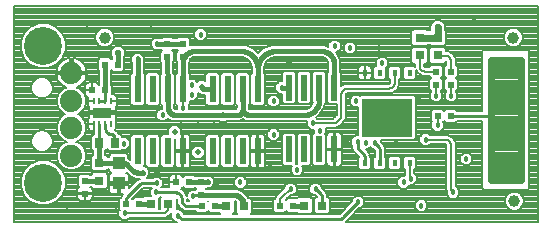
<source format=gtl>
G75*
%MOIN*%
%OFA0B0*%
%FSLAX25Y25*%
%IPPOS*%
%LPD*%
%AMOC8*
5,1,8,0,0,1.08239X$1,22.5*
%
%ADD10C,0.07400*%
%ADD11C,0.12661*%
%ADD12R,0.02400X0.08700*%
%ADD13C,0.03937*%
%ADD14R,0.03150X0.03150*%
%ADD15R,0.02362X0.01969*%
%ADD16R,0.00984X0.01969*%
%ADD17R,0.06299X0.03543*%
%ADD18R,0.02756X0.03543*%
%ADD19R,0.01969X0.02362*%
%ADD20R,0.03937X0.04331*%
%ADD21R,0.01772X0.02165*%
%ADD22R,0.16929X0.12598*%
%ADD23C,0.02400*%
%ADD24C,0.02600*%
%ADD25C,0.01800*%
%ADD26C,0.01000*%
%ADD27C,0.02000*%
%ADD28C,0.00800*%
%ADD29C,0.01600*%
%ADD30C,0.02300*%
%ADD31C,0.02200*%
%ADD32C,0.01800*%
D10*
X0080928Y0025070D03*
X0080928Y0034413D03*
X0080928Y0043287D03*
X0080928Y0052630D03*
D11*
X0071479Y0061685D03*
X0071479Y0016015D03*
D12*
X0102979Y0026650D03*
X0107979Y0026650D03*
X0112979Y0026650D03*
X0117979Y0026650D03*
X0127979Y0026650D03*
X0132979Y0026650D03*
X0137979Y0026650D03*
X0142979Y0026650D03*
X0153479Y0027150D03*
X0158479Y0027150D03*
X0163479Y0027150D03*
X0168479Y0027150D03*
X0142979Y0047250D03*
X0137979Y0047250D03*
X0132979Y0047250D03*
X0127979Y0047250D03*
X0117979Y0047250D03*
X0112979Y0047250D03*
X0107979Y0047250D03*
X0102979Y0047250D03*
X0153479Y0047750D03*
X0158479Y0047750D03*
X0163479Y0047750D03*
X0168479Y0047750D03*
D13*
X0228229Y0064450D03*
X0091979Y0064450D03*
X0228479Y0009950D03*
D14*
X0164431Y0008450D03*
X0158526Y0008450D03*
X0138431Y0008250D03*
X0132526Y0008250D03*
X0113181Y0008800D03*
X0107276Y0008800D03*
X0090229Y0016747D03*
X0090229Y0022653D03*
X0196979Y0058497D03*
X0202979Y0058497D03*
X0202979Y0064403D03*
X0196979Y0064403D03*
D15*
X0202479Y0053115D03*
X0207479Y0053115D03*
X0207479Y0048785D03*
X0202479Y0048785D03*
X0118129Y0058035D03*
X0112829Y0058035D03*
X0112829Y0062365D03*
X0118129Y0062365D03*
X0124179Y0016265D03*
X0124179Y0011935D03*
X0085379Y0012385D03*
X0085379Y0016715D03*
D16*
X0088276Y0035710D03*
X0090244Y0035710D03*
X0092213Y0035710D03*
X0094181Y0035710D03*
X0094181Y0043190D03*
X0092213Y0043190D03*
X0090244Y0043190D03*
X0088276Y0043190D03*
D17*
X0091229Y0039450D03*
D18*
X0090170Y0029450D03*
X0095288Y0029450D03*
D19*
X0115763Y0016300D03*
X0120094Y0016300D03*
X0124363Y0008300D03*
X0128694Y0008300D03*
X0150313Y0008450D03*
X0154644Y0008450D03*
X0103444Y0008800D03*
X0099113Y0008800D03*
X0092144Y0046900D03*
X0087813Y0046900D03*
X0092063Y0055450D03*
X0096394Y0055450D03*
X0203013Y0038250D03*
X0207344Y0038250D03*
D20*
X0096679Y0022546D03*
X0096679Y0015854D03*
D21*
X0178646Y0022683D03*
X0183646Y0022683D03*
X0188646Y0022683D03*
X0193646Y0022683D03*
X0193646Y0052683D03*
X0188646Y0052683D03*
X0183646Y0052683D03*
X0178646Y0052683D03*
D22*
X0186146Y0037683D03*
D23*
X0220679Y0037428D02*
X0230679Y0037428D01*
X0230679Y0035029D02*
X0220679Y0035029D01*
X0220679Y0032631D02*
X0230679Y0032631D01*
X0230679Y0030232D02*
X0220679Y0030232D01*
X0220679Y0027834D02*
X0230679Y0027834D01*
X0230679Y0025435D02*
X0220679Y0025435D01*
X0220679Y0023037D02*
X0230679Y0023037D01*
X0230679Y0020638D02*
X0220679Y0020638D01*
X0220679Y0018240D02*
X0230679Y0018240D01*
X0230679Y0017050D02*
X0220679Y0017050D01*
X0220679Y0057050D01*
X0230679Y0057050D01*
X0230679Y0017050D01*
X0230679Y0039826D02*
X0220679Y0039826D01*
X0220679Y0042225D02*
X0230679Y0042225D01*
X0230679Y0044623D02*
X0220679Y0044623D01*
X0220679Y0047022D02*
X0230679Y0047022D01*
X0230679Y0049420D02*
X0220679Y0049420D01*
X0220679Y0051819D02*
X0230679Y0051819D01*
X0230679Y0054217D02*
X0220679Y0054217D01*
X0220679Y0056616D02*
X0230679Y0056616D01*
X0202979Y0064403D02*
X0202979Y0067950D01*
X0202979Y0064403D02*
X0196979Y0064403D01*
D24*
X0222679Y0037050D03*
D25*
X0207479Y0044950D03*
X0202479Y0044950D03*
X0202979Y0035150D03*
X0198979Y0030450D03*
X0212479Y0023950D03*
X0193979Y0017450D03*
X0191629Y0016150D03*
X0208065Y0012864D03*
X0197479Y0008450D03*
X0176479Y0009650D03*
X0162279Y0013950D03*
X0153979Y0013950D03*
X0156079Y0020350D03*
X0137179Y0016150D03*
X0126479Y0016350D03*
X0121429Y0011550D03*
X0109179Y0012850D03*
X0106379Y0012200D03*
X0109279Y0015950D03*
X0104779Y0019450D03*
X0098379Y0029050D03*
X0111279Y0038650D03*
X0118079Y0041050D03*
X0120979Y0045450D03*
X0121079Y0048550D03*
X0102979Y0057150D03*
X0109379Y0062350D03*
X0123979Y0065450D03*
X0168679Y0061650D03*
X0173729Y0060950D03*
X0184479Y0055950D03*
X0151029Y0047700D03*
X0148279Y0043250D03*
X0161479Y0035850D03*
X0163729Y0033450D03*
X0176279Y0029720D03*
X0178979Y0029450D03*
X0181979Y0029450D03*
X0148279Y0032050D03*
X0175729Y0043250D03*
X0116279Y0005050D03*
X0098679Y0005850D03*
D26*
X0099113Y0008800D02*
X0099113Y0010156D01*
X0099699Y0011570D02*
X0103493Y0015364D01*
X0104907Y0015950D02*
X0109279Y0015950D01*
X0104907Y0015950D02*
X0104820Y0015948D01*
X0104733Y0015942D01*
X0104646Y0015933D01*
X0104560Y0015920D01*
X0104474Y0015903D01*
X0104389Y0015882D01*
X0104306Y0015857D01*
X0104223Y0015829D01*
X0104142Y0015798D01*
X0104062Y0015763D01*
X0103984Y0015724D01*
X0103907Y0015682D01*
X0103832Y0015637D01*
X0103760Y0015588D01*
X0103689Y0015537D01*
X0103621Y0015482D01*
X0103556Y0015425D01*
X0103493Y0015364D01*
X0109179Y0012850D02*
X0115379Y0012850D01*
X0115474Y0012848D01*
X0115569Y0012842D01*
X0115663Y0012832D01*
X0115758Y0012819D01*
X0115851Y0012801D01*
X0115944Y0012780D01*
X0116035Y0012754D01*
X0116126Y0012725D01*
X0116215Y0012693D01*
X0116303Y0012656D01*
X0116389Y0012616D01*
X0116474Y0012573D01*
X0116556Y0012526D01*
X0116637Y0012475D01*
X0116715Y0012422D01*
X0116792Y0012365D01*
X0116865Y0012305D01*
X0116937Y0012242D01*
X0117005Y0012176D01*
X0117071Y0012108D01*
X0117134Y0012036D01*
X0117194Y0011963D01*
X0117251Y0011886D01*
X0117304Y0011808D01*
X0117355Y0011727D01*
X0117402Y0011645D01*
X0117445Y0011560D01*
X0117485Y0011474D01*
X0117522Y0011386D01*
X0117554Y0011297D01*
X0117583Y0011206D01*
X0117609Y0011115D01*
X0117630Y0011022D01*
X0117648Y0010929D01*
X0117661Y0010834D01*
X0117671Y0010740D01*
X0117677Y0010645D01*
X0117679Y0010550D01*
X0117679Y0010250D01*
X0117681Y0010163D01*
X0117687Y0010075D01*
X0117697Y0009988D01*
X0117710Y0009902D01*
X0117728Y0009816D01*
X0117749Y0009731D01*
X0117774Y0009647D01*
X0117803Y0009565D01*
X0117836Y0009484D01*
X0117872Y0009404D01*
X0117912Y0009326D01*
X0117955Y0009250D01*
X0118002Y0009176D01*
X0118051Y0009104D01*
X0118104Y0009034D01*
X0118161Y0008967D01*
X0118220Y0008902D01*
X0118281Y0008841D01*
X0118346Y0008782D01*
X0118413Y0008725D01*
X0118483Y0008672D01*
X0118555Y0008623D01*
X0118629Y0008576D01*
X0118705Y0008533D01*
X0118783Y0008493D01*
X0118863Y0008457D01*
X0118944Y0008424D01*
X0119026Y0008395D01*
X0119110Y0008370D01*
X0119195Y0008349D01*
X0119281Y0008331D01*
X0119367Y0008318D01*
X0119454Y0008308D01*
X0119542Y0008302D01*
X0119629Y0008300D01*
X0124363Y0008300D01*
X0122357Y0011934D02*
X0122288Y0011932D01*
X0122220Y0011927D01*
X0122152Y0011918D01*
X0122084Y0011905D01*
X0122017Y0011889D01*
X0121951Y0011870D01*
X0121886Y0011847D01*
X0121823Y0011820D01*
X0121761Y0011791D01*
X0121701Y0011758D01*
X0121642Y0011722D01*
X0121585Y0011683D01*
X0121531Y0011641D01*
X0121478Y0011597D01*
X0121429Y0011549D01*
X0122357Y0011935D02*
X0124179Y0011935D01*
X0118307Y0003950D02*
X0118220Y0003952D01*
X0118133Y0003958D01*
X0118046Y0003967D01*
X0117960Y0003980D01*
X0117874Y0003997D01*
X0117789Y0004018D01*
X0117706Y0004043D01*
X0117623Y0004071D01*
X0117542Y0004102D01*
X0117462Y0004137D01*
X0117384Y0004176D01*
X0117307Y0004218D01*
X0117232Y0004263D01*
X0117160Y0004312D01*
X0117089Y0004363D01*
X0117021Y0004418D01*
X0116956Y0004475D01*
X0116893Y0004536D01*
X0116279Y0005050D01*
X0118307Y0003950D02*
X0170150Y0003950D01*
X0171565Y0004536D02*
X0176479Y0009650D01*
X0171564Y0004536D02*
X0171501Y0004475D01*
X0171436Y0004418D01*
X0171368Y0004363D01*
X0171297Y0004312D01*
X0171225Y0004263D01*
X0171150Y0004218D01*
X0171073Y0004176D01*
X0170995Y0004137D01*
X0170915Y0004102D01*
X0170834Y0004071D01*
X0170751Y0004043D01*
X0170668Y0004018D01*
X0170583Y0003997D01*
X0170497Y0003980D01*
X0170411Y0003967D01*
X0170324Y0003958D01*
X0170237Y0003952D01*
X0170150Y0003950D01*
X0164431Y0008450D02*
X0164431Y0011180D01*
X0163736Y0012696D02*
X0162279Y0013950D01*
X0163736Y0012696D02*
X0163800Y0012638D01*
X0163861Y0012578D01*
X0163920Y0012515D01*
X0163976Y0012450D01*
X0164029Y0012383D01*
X0164079Y0012313D01*
X0164126Y0012241D01*
X0164171Y0012167D01*
X0164211Y0012091D01*
X0164249Y0012014D01*
X0164283Y0011935D01*
X0164314Y0011855D01*
X0164341Y0011773D01*
X0164365Y0011690D01*
X0164385Y0011607D01*
X0164401Y0011522D01*
X0164414Y0011437D01*
X0164424Y0011352D01*
X0164429Y0011266D01*
X0164431Y0011180D01*
X0178646Y0022683D02*
X0178646Y0024455D01*
X0178644Y0024542D01*
X0178638Y0024629D01*
X0178629Y0024716D01*
X0178616Y0024802D01*
X0178599Y0024888D01*
X0178578Y0024973D01*
X0178553Y0025056D01*
X0178525Y0025139D01*
X0178494Y0025220D01*
X0178459Y0025300D01*
X0178420Y0025378D01*
X0178378Y0025455D01*
X0178333Y0025530D01*
X0178284Y0025602D01*
X0178233Y0025673D01*
X0178178Y0025741D01*
X0178121Y0025806D01*
X0178060Y0025869D01*
X0176865Y0027064D01*
X0176279Y0028478D02*
X0176279Y0029720D01*
X0176279Y0028478D02*
X0176281Y0028391D01*
X0176287Y0028304D01*
X0176296Y0028217D01*
X0176309Y0028131D01*
X0176326Y0028045D01*
X0176347Y0027960D01*
X0176372Y0027877D01*
X0176400Y0027794D01*
X0176431Y0027713D01*
X0176466Y0027633D01*
X0176505Y0027555D01*
X0176547Y0027478D01*
X0176592Y0027403D01*
X0176641Y0027331D01*
X0176692Y0027260D01*
X0176747Y0027192D01*
X0176804Y0027127D01*
X0176865Y0027064D01*
X0183060Y0028369D02*
X0183121Y0028306D01*
X0183178Y0028241D01*
X0183233Y0028173D01*
X0183284Y0028102D01*
X0183333Y0028030D01*
X0183378Y0027955D01*
X0183420Y0027878D01*
X0183459Y0027800D01*
X0183494Y0027720D01*
X0183525Y0027639D01*
X0183553Y0027556D01*
X0183578Y0027473D01*
X0183599Y0027388D01*
X0183616Y0027302D01*
X0183629Y0027216D01*
X0183638Y0027129D01*
X0183644Y0027042D01*
X0183646Y0026955D01*
X0183646Y0022683D01*
X0183060Y0028369D02*
X0181979Y0029450D01*
X0207344Y0038250D02*
X0220650Y0038250D01*
X0222065Y0037664D02*
X0222679Y0037050D01*
X0222064Y0037664D02*
X0222001Y0037725D01*
X0221936Y0037782D01*
X0221868Y0037837D01*
X0221797Y0037888D01*
X0221725Y0037937D01*
X0221650Y0037982D01*
X0221573Y0038024D01*
X0221495Y0038063D01*
X0221415Y0038098D01*
X0221334Y0038129D01*
X0221251Y0038157D01*
X0221168Y0038182D01*
X0221083Y0038203D01*
X0220997Y0038220D01*
X0220911Y0038233D01*
X0220824Y0038242D01*
X0220737Y0038248D01*
X0220650Y0038250D01*
X0163479Y0044450D02*
X0163479Y0047750D01*
X0095229Y0031200D02*
X0095229Y0029509D01*
X0095229Y0031200D02*
X0095227Y0031260D01*
X0095222Y0031321D01*
X0095213Y0031380D01*
X0095200Y0031439D01*
X0095184Y0031498D01*
X0095164Y0031555D01*
X0095141Y0031610D01*
X0095114Y0031665D01*
X0095085Y0031717D01*
X0095052Y0031768D01*
X0095016Y0031817D01*
X0094978Y0031863D01*
X0094936Y0031907D01*
X0094892Y0031949D01*
X0094846Y0031987D01*
X0094797Y0032023D01*
X0094746Y0032056D01*
X0094694Y0032085D01*
X0094639Y0032112D01*
X0094584Y0032135D01*
X0094527Y0032155D01*
X0094468Y0032171D01*
X0094409Y0032184D01*
X0094350Y0032193D01*
X0094289Y0032198D01*
X0094229Y0032200D01*
X0094142Y0032202D01*
X0094055Y0032208D01*
X0093968Y0032217D01*
X0093882Y0032230D01*
X0093796Y0032247D01*
X0093711Y0032268D01*
X0093628Y0032293D01*
X0093545Y0032321D01*
X0093464Y0032352D01*
X0093384Y0032387D01*
X0093306Y0032426D01*
X0093229Y0032468D01*
X0093154Y0032513D01*
X0093082Y0032562D01*
X0093011Y0032613D01*
X0092943Y0032668D01*
X0092878Y0032725D01*
X0092815Y0032786D01*
X0092754Y0032849D01*
X0092697Y0032914D01*
X0092642Y0032982D01*
X0092591Y0033053D01*
X0092542Y0033125D01*
X0092497Y0033200D01*
X0092455Y0033277D01*
X0092416Y0033355D01*
X0092381Y0033435D01*
X0092350Y0033516D01*
X0092322Y0033599D01*
X0092297Y0033682D01*
X0092276Y0033767D01*
X0092259Y0033853D01*
X0092246Y0033939D01*
X0092237Y0034026D01*
X0092231Y0034113D01*
X0092229Y0034200D01*
X0092229Y0035710D01*
X0090244Y0035710D02*
X0090244Y0029525D01*
X0090244Y0043190D02*
X0092213Y0043190D01*
X0092213Y0047155D01*
X0099699Y0011570D02*
X0099638Y0011507D01*
X0099581Y0011442D01*
X0099526Y0011374D01*
X0099475Y0011303D01*
X0099426Y0011231D01*
X0099381Y0011156D01*
X0099339Y0011079D01*
X0099300Y0011001D01*
X0099265Y0010921D01*
X0099234Y0010840D01*
X0099206Y0010757D01*
X0099181Y0010674D01*
X0099160Y0010589D01*
X0099143Y0010503D01*
X0099130Y0010417D01*
X0099121Y0010330D01*
X0099115Y0010243D01*
X0099113Y0010156D01*
D27*
X0095779Y0008450D03*
X0079479Y0008450D03*
X0109279Y0019400D03*
X0123079Y0026150D03*
X0115279Y0032950D03*
X0117479Y0035200D03*
X0122979Y0035200D03*
X0128479Y0035200D03*
X0131479Y0038550D03*
X0124379Y0048100D03*
X0153479Y0055950D03*
X0183529Y0060850D03*
X0179979Y0069450D03*
X0153479Y0069450D03*
X0129979Y0069450D03*
X0107479Y0068950D03*
X0085979Y0068950D03*
X0172279Y0030050D03*
X0188979Y0029450D03*
X0196929Y0043600D03*
X0146979Y0022450D03*
X0129479Y0014800D03*
X0226979Y0069450D03*
X0214979Y0070950D03*
D28*
X0061879Y0074850D02*
X0061879Y0002850D01*
X0116175Y0002850D01*
X0116075Y0002950D01*
X0115409Y0002950D01*
X0114179Y0004180D01*
X0114179Y0005841D01*
X0113817Y0005215D01*
X0113817Y0005215D01*
X0113817Y0005215D01*
X0112146Y0004250D01*
X0100049Y0004250D01*
X0099549Y0003750D01*
X0097809Y0003750D01*
X0096579Y0004980D01*
X0096579Y0006720D01*
X0096955Y0007096D01*
X0096929Y0007122D01*
X0096929Y0010478D01*
X0097463Y0011012D01*
X0097977Y0012252D01*
X0097977Y0012252D01*
X0097999Y0012275D01*
X0097999Y0012275D01*
X0098013Y0012288D01*
X0097079Y0012288D01*
X0097079Y0015453D01*
X0096279Y0015453D01*
X0096279Y0012288D01*
X0094526Y0012288D01*
X0094170Y0012384D01*
X0093851Y0012568D01*
X0093590Y0012829D01*
X0093406Y0013148D01*
X0093310Y0013504D01*
X0093310Y0015454D01*
X0096279Y0015454D01*
X0096279Y0016254D01*
X0093310Y0016254D01*
X0093310Y0018203D01*
X0093406Y0018559D01*
X0093590Y0018879D01*
X0093851Y0019139D01*
X0094107Y0019287D01*
X0093510Y0019884D01*
X0093510Y0020653D01*
X0093004Y0020653D01*
X0093004Y0020581D01*
X0092301Y0019878D01*
X0088157Y0019878D01*
X0087454Y0020581D01*
X0087454Y0024725D01*
X0088157Y0025428D01*
X0088229Y0025428D01*
X0088229Y0026544D01*
X0087592Y0027181D01*
X0087592Y0031719D01*
X0088295Y0032422D01*
X0088544Y0032422D01*
X0088544Y0033326D01*
X0088276Y0033326D01*
X0088276Y0035710D01*
X0088276Y0035710D01*
X0086384Y0035710D01*
X0086384Y0036878D01*
X0086479Y0037234D01*
X0086664Y0037554D01*
X0086679Y0037569D01*
X0086679Y0039050D01*
X0090829Y0039050D01*
X0090829Y0039850D01*
X0086679Y0039850D01*
X0086679Y0041331D01*
X0086664Y0041346D01*
X0086479Y0041666D01*
X0086384Y0042022D01*
X0086384Y0043190D01*
X0088276Y0043190D01*
X0088276Y0043190D01*
X0086384Y0043190D01*
X0086384Y0044359D01*
X0086391Y0044387D01*
X0086289Y0044414D01*
X0085970Y0044599D01*
X0085709Y0044859D01*
X0085525Y0045179D01*
X0085429Y0045535D01*
X0085429Y0046808D01*
X0087721Y0046808D01*
X0087721Y0046992D01*
X0085429Y0046992D01*
X0085429Y0048265D01*
X0085525Y0048621D01*
X0085709Y0048941D01*
X0085970Y0049201D01*
X0086289Y0049386D01*
X0086645Y0049481D01*
X0087721Y0049481D01*
X0087721Y0046992D01*
X0087906Y0046992D01*
X0087906Y0049481D01*
X0088982Y0049481D01*
X0089338Y0049386D01*
X0089657Y0049201D01*
X0089918Y0048941D01*
X0090044Y0048722D01*
X0090044Y0053607D01*
X0089879Y0053772D01*
X0089879Y0057128D01*
X0090582Y0057831D01*
X0093545Y0057831D01*
X0094229Y0057147D01*
X0094310Y0057228D01*
X0094319Y0058208D01*
X0094129Y0058397D01*
X0094129Y0060303D01*
X0095476Y0061650D01*
X0097381Y0061650D01*
X0098729Y0060303D01*
X0098729Y0058397D01*
X0098518Y0058187D01*
X0098510Y0057197D01*
X0098578Y0057128D01*
X0098578Y0053772D01*
X0097875Y0053069D01*
X0094913Y0053069D01*
X0094244Y0053738D01*
X0094244Y0048662D01*
X0094328Y0048578D01*
X0094328Y0045574D01*
X0094858Y0045574D01*
X0095214Y0045479D01*
X0095533Y0045295D01*
X0095794Y0045034D01*
X0095978Y0044715D01*
X0096074Y0044359D01*
X0096074Y0043190D01*
X0094182Y0043190D01*
X0094182Y0043190D01*
X0096074Y0043190D01*
X0096074Y0042022D01*
X0095978Y0041666D01*
X0095794Y0041346D01*
X0095778Y0041331D01*
X0095778Y0039850D01*
X0091629Y0039850D01*
X0091629Y0039050D01*
X0095778Y0039050D01*
X0095778Y0037494D01*
X0095734Y0037330D01*
X0095874Y0037191D01*
X0095874Y0034229D01*
X0095328Y0033683D01*
X0096205Y0033177D01*
X0096205Y0033177D01*
X0096205Y0033177D01*
X0096641Y0032422D01*
X0097163Y0032422D01*
X0097866Y0031719D01*
X0097866Y0031150D01*
X0099249Y0031150D01*
X0100479Y0029920D01*
X0100479Y0028180D01*
X0099249Y0026950D01*
X0097634Y0026950D01*
X0097163Y0026478D01*
X0093413Y0026478D01*
X0092729Y0027162D01*
X0092229Y0026662D01*
X0092229Y0025428D01*
X0092301Y0025428D01*
X0093004Y0024725D01*
X0093004Y0024653D01*
X0093510Y0024653D01*
X0093510Y0025209D01*
X0094213Y0025912D01*
X0099144Y0025912D01*
X0099847Y0025209D01*
X0099847Y0024235D01*
X0100260Y0024064D01*
X0100293Y0024064D01*
X0100316Y0024041D01*
X0100316Y0024041D01*
X0100579Y0023778D01*
X0100579Y0031497D01*
X0101282Y0032200D01*
X0104676Y0032200D01*
X0105379Y0031497D01*
X0105379Y0021803D01*
X0105126Y0021550D01*
X0105649Y0021550D01*
X0106879Y0020320D01*
X0106879Y0018580D01*
X0105949Y0017650D01*
X0108009Y0017650D01*
X0108409Y0018050D01*
X0110149Y0018050D01*
X0111379Y0016820D01*
X0111379Y0015080D01*
X0110849Y0014550D01*
X0113491Y0014550D01*
X0113475Y0014579D01*
X0113379Y0014935D01*
X0113379Y0016208D01*
X0115671Y0016208D01*
X0115671Y0016392D01*
X0113379Y0016392D01*
X0113379Y0017665D01*
X0113475Y0018021D01*
X0113659Y0018341D01*
X0113920Y0018601D01*
X0114239Y0018786D01*
X0114595Y0018881D01*
X0115671Y0018881D01*
X0115671Y0016392D01*
X0115856Y0016392D01*
X0115856Y0018881D01*
X0116932Y0018881D01*
X0117288Y0018786D01*
X0117607Y0018601D01*
X0117868Y0018341D01*
X0118016Y0018084D01*
X0118613Y0018681D01*
X0121575Y0018681D01*
X0121946Y0018310D01*
X0122364Y0018313D01*
X0122501Y0018450D01*
X0125608Y0018450D01*
X0125609Y0018450D01*
X0127349Y0018450D01*
X0128579Y0017220D01*
X0128579Y0015480D01*
X0127349Y0014250D01*
X0126026Y0014250D01*
X0125876Y0014100D01*
X0125926Y0014050D01*
X0134151Y0014050D01*
X0134186Y0014082D01*
X0134973Y0014050D01*
X0135760Y0014050D01*
X0135794Y0014016D01*
X0136137Y0014002D01*
X0136137Y0014002D01*
X0138178Y0013057D01*
X0138178Y0013057D01*
X0139701Y0011403D01*
X0139701Y0011403D01*
X0139840Y0011025D01*
X0140503Y0011025D01*
X0141206Y0010322D01*
X0141206Y0006178D01*
X0140678Y0005650D01*
X0170150Y0005650D01*
X0170209Y0005656D01*
X0170317Y0005701D01*
X0170360Y0005736D01*
X0174379Y0009918D01*
X0174379Y0010520D01*
X0175609Y0011750D01*
X0177349Y0011750D01*
X0178579Y0010520D01*
X0178579Y0008780D01*
X0177349Y0007550D01*
X0176818Y0007550D01*
X0173265Y0003851D01*
X0173265Y0003832D01*
X0172779Y0003346D01*
X0172302Y0002850D01*
X0172293Y0002850D01*
X0236279Y0002850D01*
X0236279Y0074850D01*
X0061879Y0074850D01*
X0061879Y0074115D02*
X0236279Y0074115D01*
X0236279Y0073316D02*
X0061879Y0073316D01*
X0061879Y0072518D02*
X0236279Y0072518D01*
X0236279Y0071719D02*
X0061879Y0071719D01*
X0061879Y0070920D02*
X0236279Y0070920D01*
X0236279Y0070122D02*
X0204130Y0070122D01*
X0204218Y0070035D02*
X0203952Y0070300D01*
X0203577Y0070300D01*
X0203456Y0070350D01*
X0202501Y0070350D01*
X0202381Y0070300D01*
X0202005Y0070300D01*
X0201740Y0070035D01*
X0201619Y0069985D01*
X0200944Y0069309D01*
X0200894Y0069189D01*
X0200629Y0068923D01*
X0200629Y0068548D01*
X0200579Y0068427D01*
X0200579Y0066849D01*
X0200532Y0066803D01*
X0199425Y0066803D01*
X0199051Y0067178D01*
X0194907Y0067178D01*
X0194204Y0066475D01*
X0194204Y0062331D01*
X0194907Y0061628D01*
X0199051Y0061628D01*
X0199425Y0062003D01*
X0200532Y0062003D01*
X0200907Y0061628D01*
X0205051Y0061628D01*
X0205754Y0062331D01*
X0205754Y0066475D01*
X0205379Y0066849D01*
X0205379Y0068427D01*
X0205329Y0068548D01*
X0205329Y0068923D01*
X0205063Y0069189D01*
X0205013Y0069309D01*
X0204338Y0069985D01*
X0204218Y0070035D01*
X0204999Y0069323D02*
X0236279Y0069323D01*
X0236279Y0068525D02*
X0205338Y0068525D01*
X0205379Y0067726D02*
X0236279Y0067726D01*
X0236279Y0066928D02*
X0230232Y0066928D01*
X0230024Y0067136D02*
X0230915Y0066245D01*
X0231397Y0065080D01*
X0231397Y0063820D01*
X0230915Y0062655D01*
X0230024Y0061764D01*
X0228859Y0061281D01*
X0227598Y0061281D01*
X0226434Y0061764D01*
X0225543Y0062655D01*
X0225060Y0063820D01*
X0225060Y0065080D01*
X0225543Y0066245D01*
X0226434Y0067136D01*
X0227598Y0067618D01*
X0228859Y0067618D01*
X0230024Y0067136D01*
X0230963Y0066129D02*
X0236279Y0066129D01*
X0236279Y0065331D02*
X0231293Y0065331D01*
X0231397Y0064532D02*
X0236279Y0064532D01*
X0236279Y0063734D02*
X0231362Y0063734D01*
X0231031Y0062935D02*
X0236279Y0062935D01*
X0236279Y0062137D02*
X0230397Y0062137D01*
X0228996Y0061338D02*
X0236279Y0061338D01*
X0236279Y0060540D02*
X0205754Y0060540D01*
X0205754Y0060569D02*
X0205051Y0061272D01*
X0200907Y0061272D01*
X0200204Y0060569D01*
X0200204Y0056425D01*
X0200907Y0055722D01*
X0205051Y0055722D01*
X0205754Y0056425D01*
X0205754Y0056737D01*
X0205762Y0056733D01*
X0205865Y0056554D01*
X0205879Y0056450D01*
X0205879Y0055300D01*
X0205801Y0055300D01*
X0205098Y0054597D01*
X0205098Y0051634D01*
X0205782Y0050950D01*
X0205098Y0050266D01*
X0205098Y0047303D01*
X0205801Y0046600D01*
X0205879Y0046600D01*
X0205879Y0046320D01*
X0205379Y0045820D01*
X0205379Y0044080D01*
X0206609Y0042850D01*
X0208349Y0042850D01*
X0209579Y0044080D01*
X0209579Y0045820D01*
X0209079Y0046320D01*
X0209079Y0046600D01*
X0209157Y0046600D01*
X0209860Y0047303D01*
X0209860Y0050266D01*
X0209176Y0050950D01*
X0209860Y0051634D01*
X0209860Y0054597D01*
X0209157Y0055300D01*
X0209079Y0055300D01*
X0209079Y0057415D01*
X0208114Y0059085D01*
X0208114Y0059085D01*
X0206443Y0060050D01*
X0205754Y0060050D01*
X0205754Y0060569D01*
X0206978Y0059741D02*
X0217779Y0059741D01*
X0217779Y0059923D02*
X0217779Y0039950D01*
X0209506Y0039950D01*
X0208825Y0040631D01*
X0205863Y0040631D01*
X0205179Y0039947D01*
X0204495Y0040631D01*
X0201532Y0040631D01*
X0200829Y0039928D01*
X0200829Y0036572D01*
X0201130Y0036271D01*
X0200879Y0036020D01*
X0200879Y0034280D01*
X0202109Y0033050D01*
X0203849Y0033050D01*
X0205079Y0034280D01*
X0205079Y0036020D01*
X0204862Y0036236D01*
X0205179Y0036553D01*
X0205863Y0035869D01*
X0208825Y0035869D01*
X0209506Y0036550D01*
X0217779Y0036550D01*
X0217779Y0014177D01*
X0218306Y0013650D01*
X0233052Y0013650D01*
X0233579Y0014177D01*
X0233579Y0059923D01*
X0233052Y0060450D01*
X0218306Y0060450D01*
X0217779Y0059923D01*
X0217779Y0058943D02*
X0208196Y0058943D01*
X0208114Y0059085D02*
X0208114Y0059085D01*
X0208657Y0058144D02*
X0217779Y0058144D01*
X0217779Y0057346D02*
X0209079Y0057346D01*
X0209079Y0056547D02*
X0217779Y0056547D01*
X0217779Y0055749D02*
X0209079Y0055749D01*
X0209506Y0054950D02*
X0217779Y0054950D01*
X0217779Y0054152D02*
X0209860Y0054152D01*
X0209860Y0053353D02*
X0217779Y0053353D01*
X0217779Y0052555D02*
X0209860Y0052555D01*
X0209860Y0051756D02*
X0217779Y0051756D01*
X0217779Y0050958D02*
X0209183Y0050958D01*
X0209860Y0050159D02*
X0217779Y0050159D01*
X0217779Y0049361D02*
X0209860Y0049361D01*
X0209860Y0048562D02*
X0217779Y0048562D01*
X0217779Y0047764D02*
X0209860Y0047764D01*
X0209522Y0046965D02*
X0217779Y0046965D01*
X0217779Y0046167D02*
X0209232Y0046167D01*
X0209579Y0045368D02*
X0217779Y0045368D01*
X0217779Y0044570D02*
X0209579Y0044570D01*
X0209270Y0043771D02*
X0217779Y0043771D01*
X0217779Y0042973D02*
X0208471Y0042973D01*
X0206486Y0042973D02*
X0203471Y0042973D01*
X0203349Y0042850D02*
X0204579Y0044080D01*
X0204579Y0045820D01*
X0204079Y0046320D01*
X0204079Y0046600D01*
X0204157Y0046600D01*
X0204860Y0047303D01*
X0204860Y0050266D01*
X0204176Y0050950D01*
X0204860Y0051634D01*
X0204860Y0054597D01*
X0204157Y0055300D01*
X0200801Y0055300D01*
X0200216Y0054715D01*
X0198979Y0054715D01*
X0198875Y0054729D01*
X0198696Y0054833D01*
X0198592Y0055012D01*
X0198579Y0055115D01*
X0198579Y0055722D01*
X0199051Y0055722D01*
X0199754Y0056425D01*
X0199754Y0060569D01*
X0199051Y0061272D01*
X0194907Y0061272D01*
X0194204Y0060569D01*
X0194204Y0056425D01*
X0194907Y0055722D01*
X0195379Y0055722D01*
X0195379Y0054616D01*
X0195029Y0054966D01*
X0192263Y0054966D01*
X0191560Y0054263D01*
X0191560Y0051103D01*
X0192263Y0050400D01*
X0195029Y0050400D01*
X0195731Y0051103D01*
X0195731Y0053540D01*
X0196343Y0052480D01*
X0196343Y0052480D01*
X0196343Y0052480D01*
X0198014Y0051515D01*
X0200216Y0051515D01*
X0200782Y0050950D01*
X0200098Y0050266D01*
X0200098Y0047303D01*
X0200801Y0046600D01*
X0200879Y0046600D01*
X0200879Y0046320D01*
X0200379Y0045820D01*
X0200379Y0044080D01*
X0201609Y0042850D01*
X0203349Y0042850D01*
X0204270Y0043771D02*
X0205688Y0043771D01*
X0205379Y0044570D02*
X0204579Y0044570D01*
X0204579Y0045368D02*
X0205379Y0045368D01*
X0205726Y0046167D02*
X0204232Y0046167D01*
X0204522Y0046965D02*
X0205436Y0046965D01*
X0205098Y0047764D02*
X0204860Y0047764D01*
X0204860Y0048562D02*
X0205098Y0048562D01*
X0205098Y0049361D02*
X0204860Y0049361D01*
X0204860Y0050159D02*
X0205098Y0050159D01*
X0205774Y0050958D02*
X0204183Y0050958D01*
X0204860Y0051756D02*
X0205098Y0051756D01*
X0205098Y0052555D02*
X0204860Y0052555D01*
X0204860Y0053353D02*
X0205098Y0053353D01*
X0205098Y0054152D02*
X0204860Y0054152D01*
X0204506Y0054950D02*
X0205451Y0054950D01*
X0205077Y0055749D02*
X0205879Y0055749D01*
X0205866Y0056547D02*
X0205754Y0056547D01*
X0207479Y0056450D02*
X0207477Y0056537D01*
X0207471Y0056624D01*
X0207462Y0056711D01*
X0207449Y0056797D01*
X0207432Y0056883D01*
X0207411Y0056968D01*
X0207386Y0057051D01*
X0207358Y0057134D01*
X0207327Y0057215D01*
X0207292Y0057295D01*
X0207253Y0057373D01*
X0207211Y0057450D01*
X0207166Y0057525D01*
X0207117Y0057597D01*
X0207066Y0057668D01*
X0207011Y0057736D01*
X0206954Y0057801D01*
X0206893Y0057864D01*
X0206830Y0057925D01*
X0206765Y0057982D01*
X0206697Y0058037D01*
X0206626Y0058088D01*
X0206554Y0058137D01*
X0206479Y0058182D01*
X0206402Y0058224D01*
X0206324Y0058263D01*
X0206244Y0058298D01*
X0206163Y0058329D01*
X0206080Y0058357D01*
X0205997Y0058382D01*
X0205912Y0058403D01*
X0205826Y0058420D01*
X0205740Y0058433D01*
X0205653Y0058442D01*
X0205566Y0058448D01*
X0205479Y0058450D01*
X0203026Y0058450D01*
X0202979Y0058497D01*
X0200204Y0058144D02*
X0199754Y0058144D01*
X0199754Y0057346D02*
X0200204Y0057346D01*
X0200204Y0056547D02*
X0199754Y0056547D01*
X0199077Y0055749D02*
X0200881Y0055749D01*
X0200451Y0054950D02*
X0198628Y0054950D01*
X0196979Y0055115D02*
X0196981Y0055028D01*
X0196987Y0054941D01*
X0196996Y0054854D01*
X0197009Y0054768D01*
X0197026Y0054682D01*
X0197047Y0054597D01*
X0197072Y0054514D01*
X0197100Y0054431D01*
X0197131Y0054350D01*
X0197166Y0054270D01*
X0197205Y0054192D01*
X0197247Y0054115D01*
X0197292Y0054040D01*
X0197341Y0053968D01*
X0197392Y0053897D01*
X0197447Y0053829D01*
X0197504Y0053764D01*
X0197565Y0053701D01*
X0197628Y0053640D01*
X0197693Y0053583D01*
X0197761Y0053528D01*
X0197832Y0053477D01*
X0197904Y0053428D01*
X0197979Y0053383D01*
X0198056Y0053341D01*
X0198134Y0053302D01*
X0198214Y0053267D01*
X0198295Y0053236D01*
X0198378Y0053208D01*
X0198461Y0053183D01*
X0198546Y0053162D01*
X0198632Y0053145D01*
X0198718Y0053132D01*
X0198805Y0053123D01*
X0198892Y0053117D01*
X0198979Y0053115D01*
X0202479Y0053115D01*
X0200774Y0050958D02*
X0195586Y0050958D01*
X0195731Y0051756D02*
X0197597Y0051756D01*
X0196300Y0052555D02*
X0195731Y0052555D01*
X0195731Y0053353D02*
X0195839Y0053353D01*
X0195379Y0054950D02*
X0195044Y0054950D01*
X0194881Y0055749D02*
X0186579Y0055749D01*
X0186579Y0055080D02*
X0186579Y0056820D01*
X0185349Y0058050D01*
X0183609Y0058050D01*
X0182379Y0056820D01*
X0182379Y0055080D01*
X0182493Y0054966D01*
X0182263Y0054966D01*
X0181560Y0054263D01*
X0181560Y0051103D01*
X0182263Y0050400D01*
X0185029Y0050400D01*
X0185731Y0051103D01*
X0185731Y0054233D01*
X0186579Y0055080D01*
X0186449Y0054950D02*
X0187247Y0054950D01*
X0187263Y0054966D02*
X0186560Y0054263D01*
X0186560Y0051103D01*
X0187046Y0050618D01*
X0187046Y0049450D01*
X0187032Y0049346D01*
X0186929Y0049167D01*
X0186749Y0049064D01*
X0186646Y0049050D01*
X0171914Y0049050D01*
X0170879Y0048452D01*
X0170879Y0052597D01*
X0170479Y0052997D01*
X0170479Y0054905D01*
X0170502Y0054929D01*
X0170479Y0055729D01*
X0170479Y0056528D01*
X0170455Y0056552D01*
X0170442Y0057025D01*
X0169404Y0059340D01*
X0169182Y0059550D01*
X0169549Y0059550D01*
X0170779Y0060780D01*
X0170779Y0062520D01*
X0169549Y0063750D01*
X0167809Y0063750D01*
X0166579Y0062520D01*
X0166579Y0061456D01*
X0165190Y0061985D01*
X0165190Y0061985D01*
X0163950Y0061950D01*
X0149249Y0061950D01*
X0147653Y0061983D01*
X0144642Y0060807D01*
X0143074Y0059301D01*
X0141903Y0060578D01*
X0139107Y0061881D01*
X0139107Y0061881D01*
X0138343Y0061914D01*
X0138307Y0061950D01*
X0137522Y0061950D01*
X0136738Y0061984D01*
X0136701Y0061950D01*
X0120785Y0061950D01*
X0120510Y0061836D01*
X0120510Y0063847D01*
X0119807Y0064550D01*
X0116451Y0064550D01*
X0116245Y0064344D01*
X0114938Y0064330D01*
X0114727Y0064330D01*
X0114507Y0064550D01*
X0111151Y0064550D01*
X0110951Y0064350D01*
X0110349Y0064350D01*
X0110249Y0064450D01*
X0108509Y0064450D01*
X0107279Y0063220D01*
X0107279Y0061480D01*
X0108509Y0060250D01*
X0110249Y0060250D01*
X0110349Y0060350D01*
X0110982Y0060350D01*
X0111132Y0060200D01*
X0110448Y0059516D01*
X0110448Y0056553D01*
X0110894Y0056107D01*
X0110929Y0052447D01*
X0110579Y0052097D01*
X0110579Y0042403D01*
X0110979Y0042003D01*
X0110979Y0041883D01*
X0110903Y0040973D01*
X0110974Y0040750D01*
X0110409Y0040750D01*
X0109179Y0039520D01*
X0109179Y0037780D01*
X0110409Y0036550D01*
X0112149Y0036550D01*
X0113031Y0037432D01*
X0114569Y0036640D01*
X0114569Y0036640D01*
X0114833Y0036618D01*
X0114900Y0036550D01*
X0115646Y0036550D01*
X0116388Y0036488D01*
X0116461Y0036550D01*
X0130367Y0036550D01*
X0130567Y0036350D01*
X0132390Y0036350D01*
X0132590Y0036550D01*
X0135816Y0036550D01*
X0136816Y0036487D01*
X0136816Y0036487D01*
X0138145Y0037146D01*
X0138524Y0036845D01*
X0138524Y0036845D01*
X0139031Y0036769D01*
X0139150Y0036650D01*
X0139831Y0036650D01*
X0140504Y0036550D01*
X0140639Y0036650D01*
X0158350Y0036650D01*
X0158469Y0036559D01*
X0159160Y0036650D01*
X0159379Y0036650D01*
X0159379Y0034980D01*
X0160609Y0033750D01*
X0161629Y0033750D01*
X0161629Y0032580D01*
X0161645Y0032564D01*
X0161079Y0031997D01*
X0161079Y0022303D01*
X0161782Y0021600D01*
X0165176Y0021600D01*
X0165879Y0022303D01*
X0165879Y0031997D01*
X0165562Y0032314D01*
X0165829Y0032580D01*
X0165829Y0034250D01*
X0168666Y0034250D01*
X0169990Y0034798D01*
X0170027Y0034836D01*
X0170496Y0035304D01*
X0170965Y0035773D01*
X0171893Y0036701D01*
X0171893Y0036701D01*
X0171931Y0036739D01*
X0171931Y0036739D01*
X0172479Y0038062D01*
X0172479Y0045450D01*
X0172492Y0045554D01*
X0172596Y0045733D01*
X0172775Y0045836D01*
X0172879Y0045850D01*
X0187610Y0045850D01*
X0189281Y0046815D01*
X0190246Y0048485D01*
X0190246Y0050618D01*
X0190731Y0051103D01*
X0190731Y0054263D01*
X0190029Y0054966D01*
X0187263Y0054966D01*
X0186560Y0054152D02*
X0185731Y0054152D01*
X0185731Y0053353D02*
X0186560Y0053353D01*
X0186560Y0052555D02*
X0185731Y0052555D01*
X0185731Y0051756D02*
X0186560Y0051756D01*
X0186705Y0050958D02*
X0185586Y0050958D01*
X0187046Y0050159D02*
X0170879Y0050159D01*
X0170879Y0049361D02*
X0187034Y0049361D01*
X0188646Y0049450D02*
X0188644Y0049363D01*
X0188638Y0049276D01*
X0188629Y0049189D01*
X0188616Y0049103D01*
X0188599Y0049017D01*
X0188578Y0048932D01*
X0188553Y0048849D01*
X0188525Y0048766D01*
X0188494Y0048685D01*
X0188459Y0048605D01*
X0188420Y0048527D01*
X0188378Y0048450D01*
X0188333Y0048375D01*
X0188284Y0048303D01*
X0188233Y0048232D01*
X0188178Y0048164D01*
X0188121Y0048099D01*
X0188060Y0048036D01*
X0187997Y0047975D01*
X0187932Y0047918D01*
X0187864Y0047863D01*
X0187793Y0047812D01*
X0187721Y0047763D01*
X0187646Y0047718D01*
X0187569Y0047676D01*
X0187491Y0047637D01*
X0187411Y0047602D01*
X0187330Y0047571D01*
X0187247Y0047543D01*
X0187164Y0047518D01*
X0187079Y0047497D01*
X0186993Y0047480D01*
X0186907Y0047467D01*
X0186820Y0047458D01*
X0186733Y0047452D01*
X0186646Y0047450D01*
X0172879Y0047450D01*
X0171069Y0048562D02*
X0170879Y0048562D01*
X0170879Y0050958D02*
X0176514Y0050958D01*
X0176455Y0051060D02*
X0176640Y0050741D01*
X0176900Y0050480D01*
X0177219Y0050296D01*
X0177576Y0050200D01*
X0178603Y0050200D01*
X0178603Y0052640D01*
X0178689Y0052640D01*
X0178689Y0052726D01*
X0180931Y0052726D01*
X0180931Y0053950D01*
X0180836Y0054306D01*
X0180652Y0054625D01*
X0180391Y0054886D01*
X0180072Y0055070D01*
X0179716Y0055166D01*
X0178689Y0055166D01*
X0178689Y0052726D01*
X0178603Y0052726D01*
X0178603Y0055166D01*
X0177576Y0055166D01*
X0177219Y0055070D01*
X0176900Y0054886D01*
X0176640Y0054625D01*
X0176455Y0054306D01*
X0176360Y0053950D01*
X0176360Y0052726D01*
X0178603Y0052726D01*
X0178603Y0052640D01*
X0176360Y0052640D01*
X0176360Y0051416D01*
X0176455Y0051060D01*
X0176360Y0051756D02*
X0170879Y0051756D01*
X0170879Y0052555D02*
X0176360Y0052555D01*
X0176360Y0053353D02*
X0170479Y0053353D01*
X0170479Y0054152D02*
X0176414Y0054152D01*
X0177012Y0054950D02*
X0170501Y0054950D01*
X0170479Y0055749D02*
X0182379Y0055749D01*
X0182379Y0056547D02*
X0170460Y0056547D01*
X0170442Y0057025D02*
X0170442Y0057025D01*
X0170298Y0057346D02*
X0182905Y0057346D01*
X0186053Y0057346D02*
X0194204Y0057346D01*
X0194204Y0058144D02*
X0169940Y0058144D01*
X0169582Y0058943D02*
X0172766Y0058943D01*
X0172859Y0058850D02*
X0174599Y0058850D01*
X0175829Y0060080D01*
X0175829Y0061820D01*
X0174599Y0063050D01*
X0172859Y0063050D01*
X0171629Y0061820D01*
X0171629Y0060080D01*
X0172859Y0058850D01*
X0171968Y0059741D02*
X0169740Y0059741D01*
X0169404Y0059340D02*
X0169404Y0059340D01*
X0170538Y0060540D02*
X0171629Y0060540D01*
X0171629Y0061338D02*
X0170779Y0061338D01*
X0170779Y0062137D02*
X0171946Y0062137D01*
X0172744Y0062935D02*
X0170363Y0062935D01*
X0169565Y0063734D02*
X0194204Y0063734D01*
X0194204Y0064532D02*
X0126031Y0064532D01*
X0126079Y0064580D02*
X0124849Y0063350D01*
X0123109Y0063350D01*
X0121879Y0064580D01*
X0121879Y0066320D01*
X0123109Y0067550D01*
X0124849Y0067550D01*
X0126079Y0066320D01*
X0126079Y0064580D01*
X0126079Y0065331D02*
X0194204Y0065331D01*
X0194204Y0066129D02*
X0126079Y0066129D01*
X0125471Y0066928D02*
X0194657Y0066928D01*
X0199300Y0066928D02*
X0200579Y0066928D01*
X0200579Y0067726D02*
X0076087Y0067726D01*
X0075745Y0068069D02*
X0072977Y0069215D01*
X0069981Y0069215D01*
X0067213Y0068069D01*
X0065095Y0065950D01*
X0063948Y0063183D01*
X0063948Y0060187D01*
X0065095Y0057419D01*
X0067213Y0055300D01*
X0069981Y0054154D01*
X0072977Y0054154D01*
X0075745Y0055300D01*
X0077863Y0057419D01*
X0079009Y0060187D01*
X0079009Y0063183D01*
X0077863Y0065950D01*
X0075745Y0068069D01*
X0074643Y0068525D02*
X0200619Y0068525D01*
X0200958Y0069323D02*
X0061879Y0069323D01*
X0061879Y0068525D02*
X0068314Y0068525D01*
X0066871Y0067726D02*
X0061879Y0067726D01*
X0061879Y0066928D02*
X0066072Y0066928D01*
X0065273Y0066129D02*
X0061879Y0066129D01*
X0061879Y0065331D02*
X0064838Y0065331D01*
X0064507Y0064532D02*
X0061879Y0064532D01*
X0061879Y0063734D02*
X0064176Y0063734D01*
X0063948Y0062935D02*
X0061879Y0062935D01*
X0061879Y0062137D02*
X0063948Y0062137D01*
X0063948Y0061338D02*
X0061879Y0061338D01*
X0061879Y0060540D02*
X0063948Y0060540D01*
X0064133Y0059741D02*
X0061879Y0059741D01*
X0061879Y0058943D02*
X0064463Y0058943D01*
X0064794Y0058144D02*
X0061879Y0058144D01*
X0061879Y0057346D02*
X0065168Y0057346D01*
X0065966Y0056547D02*
X0061879Y0056547D01*
X0061879Y0055749D02*
X0066765Y0055749D01*
X0068058Y0054950D02*
X0061879Y0054950D01*
X0061879Y0054152D02*
X0076060Y0054152D01*
X0075953Y0053824D02*
X0075828Y0053031D01*
X0075828Y0053030D01*
X0080527Y0053030D01*
X0080527Y0052230D01*
X0075828Y0052230D01*
X0075828Y0052228D01*
X0075953Y0051435D01*
X0076201Y0050672D01*
X0076566Y0049957D01*
X0077038Y0049307D01*
X0077605Y0048739D01*
X0078255Y0048268D01*
X0078970Y0047903D01*
X0079137Y0047849D01*
X0078152Y0047441D01*
X0076774Y0046063D01*
X0076028Y0044262D01*
X0076028Y0042312D01*
X0076774Y0040511D01*
X0078152Y0039133D01*
X0078835Y0038850D01*
X0078152Y0038567D01*
X0076774Y0037189D01*
X0076028Y0035388D01*
X0076028Y0033438D01*
X0076774Y0031637D01*
X0078152Y0030259D01*
X0079401Y0029742D01*
X0078152Y0029224D01*
X0076774Y0027846D01*
X0076028Y0026045D01*
X0076028Y0024096D01*
X0076774Y0022295D01*
X0078152Y0020916D01*
X0079953Y0020170D01*
X0081902Y0020170D01*
X0083703Y0020916D01*
X0085082Y0022295D01*
X0085828Y0024096D01*
X0085828Y0026045D01*
X0085082Y0027846D01*
X0083703Y0029224D01*
X0082454Y0029742D01*
X0083703Y0030259D01*
X0085082Y0031637D01*
X0085828Y0033438D01*
X0085828Y0035388D01*
X0085082Y0037189D01*
X0083703Y0038567D01*
X0083020Y0038850D01*
X0083703Y0039133D01*
X0085082Y0040511D01*
X0085828Y0042312D01*
X0085828Y0044262D01*
X0085082Y0046063D01*
X0083703Y0047441D01*
X0082718Y0047849D01*
X0082885Y0047903D01*
X0083601Y0048268D01*
X0084250Y0048739D01*
X0084818Y0049307D01*
X0085289Y0049957D01*
X0085654Y0050672D01*
X0085902Y0051435D01*
X0086028Y0052228D01*
X0086028Y0052230D01*
X0081328Y0052230D01*
X0081328Y0053030D01*
X0080528Y0053030D01*
X0080528Y0057730D01*
X0080526Y0057730D01*
X0079733Y0057604D01*
X0078970Y0057356D01*
X0078255Y0056991D01*
X0077605Y0056520D01*
X0077038Y0055952D01*
X0076566Y0055303D01*
X0076201Y0054587D01*
X0075953Y0053824D01*
X0075879Y0053353D02*
X0061879Y0053353D01*
X0061879Y0052555D02*
X0080527Y0052555D01*
X0080528Y0053353D02*
X0081328Y0053353D01*
X0081328Y0053030D02*
X0081328Y0057730D01*
X0081329Y0057730D01*
X0082122Y0057604D01*
X0082885Y0057356D01*
X0083601Y0056991D01*
X0084250Y0056520D01*
X0084818Y0055952D01*
X0085289Y0055303D01*
X0085654Y0054587D01*
X0085902Y0053824D01*
X0086028Y0053031D01*
X0086028Y0053030D01*
X0081328Y0053030D01*
X0081328Y0052555D02*
X0090044Y0052555D01*
X0090044Y0053353D02*
X0085977Y0053353D01*
X0085795Y0054152D02*
X0089879Y0054152D01*
X0089879Y0054950D02*
X0085469Y0054950D01*
X0084965Y0055749D02*
X0089879Y0055749D01*
X0089879Y0056547D02*
X0084212Y0056547D01*
X0082905Y0057346D02*
X0090097Y0057346D01*
X0094030Y0057346D02*
X0094311Y0057346D01*
X0094318Y0058144D02*
X0078163Y0058144D01*
X0078494Y0058943D02*
X0094129Y0058943D01*
X0094129Y0059741D02*
X0078825Y0059741D01*
X0079009Y0060540D02*
X0094366Y0060540D01*
X0095164Y0061338D02*
X0092746Y0061338D01*
X0092609Y0061281D02*
X0093774Y0061764D01*
X0094665Y0062655D01*
X0095147Y0063820D01*
X0095147Y0065080D01*
X0094665Y0066245D01*
X0093774Y0067136D01*
X0092609Y0067618D01*
X0091348Y0067618D01*
X0090184Y0067136D01*
X0089293Y0066245D01*
X0088810Y0065080D01*
X0088810Y0063820D01*
X0089293Y0062655D01*
X0090184Y0061764D01*
X0091348Y0061281D01*
X0092609Y0061281D01*
X0091211Y0061338D02*
X0079009Y0061338D01*
X0079009Y0062137D02*
X0089811Y0062137D01*
X0089177Y0062935D02*
X0079009Y0062935D01*
X0078781Y0063734D02*
X0088846Y0063734D01*
X0088810Y0064532D02*
X0078450Y0064532D01*
X0078120Y0065331D02*
X0088914Y0065331D01*
X0089245Y0066129D02*
X0077684Y0066129D01*
X0076885Y0066928D02*
X0089976Y0066928D01*
X0093982Y0066928D02*
X0122487Y0066928D01*
X0121879Y0066129D02*
X0094713Y0066129D01*
X0095043Y0065331D02*
X0121879Y0065331D01*
X0121926Y0064532D02*
X0119824Y0064532D01*
X0120510Y0063734D02*
X0122725Y0063734D01*
X0120510Y0062935D02*
X0166994Y0062935D01*
X0166579Y0062137D02*
X0120510Y0062137D01*
X0116432Y0060200D02*
X0116287Y0060344D01*
X0115787Y0060339D01*
X0115778Y0060330D01*
X0114960Y0060330D01*
X0114652Y0060326D01*
X0114526Y0060200D01*
X0115210Y0059516D01*
X0115210Y0056553D01*
X0114893Y0056236D01*
X0114928Y0052548D01*
X0115379Y0052097D01*
X0115379Y0042403D01*
X0115005Y0042029D01*
X0114979Y0041717D01*
X0114979Y0041424D01*
X0115095Y0041060D01*
X0115350Y0040759D01*
X0115700Y0040579D01*
X0115857Y0040550D01*
X0115979Y0040550D01*
X0115979Y0041920D01*
X0116020Y0041961D01*
X0115579Y0042403D01*
X0115579Y0052097D01*
X0115979Y0052497D01*
X0115979Y0056322D01*
X0115748Y0056553D01*
X0115748Y0059516D01*
X0116432Y0060200D01*
X0115973Y0059741D02*
X0114984Y0059741D01*
X0115210Y0058943D02*
X0115748Y0058943D01*
X0115748Y0058144D02*
X0115210Y0058144D01*
X0115210Y0057346D02*
X0115748Y0057346D01*
X0115754Y0056547D02*
X0115204Y0056547D01*
X0114897Y0055749D02*
X0115979Y0055749D01*
X0115979Y0054950D02*
X0114905Y0054950D01*
X0114913Y0054152D02*
X0115979Y0054152D01*
X0115979Y0053353D02*
X0114920Y0053353D01*
X0114928Y0052555D02*
X0115979Y0052555D01*
X0115579Y0051756D02*
X0115379Y0051756D01*
X0115379Y0050958D02*
X0115579Y0050958D01*
X0115579Y0050159D02*
X0115379Y0050159D01*
X0115379Y0049361D02*
X0115579Y0049361D01*
X0115579Y0048562D02*
X0115379Y0048562D01*
X0115379Y0047764D02*
X0115579Y0047764D01*
X0115579Y0046965D02*
X0115379Y0046965D01*
X0115379Y0046167D02*
X0115579Y0046167D01*
X0115579Y0045368D02*
X0115379Y0045368D01*
X0115379Y0044570D02*
X0115579Y0044570D01*
X0115579Y0043771D02*
X0115379Y0043771D01*
X0115379Y0042973D02*
X0115579Y0042973D01*
X0115808Y0042174D02*
X0115150Y0042174D01*
X0114994Y0041376D02*
X0115979Y0041376D01*
X0115979Y0040577D02*
X0115710Y0040577D01*
X0118079Y0041050D02*
X0118079Y0047150D01*
X0118077Y0047167D01*
X0118073Y0047184D01*
X0118066Y0047200D01*
X0118056Y0047214D01*
X0118043Y0047227D01*
X0118029Y0047237D01*
X0118013Y0047244D01*
X0117996Y0047248D01*
X0117979Y0047250D01*
X0123079Y0046120D02*
X0123079Y0044580D01*
X0121849Y0043350D01*
X0120379Y0043350D01*
X0120379Y0042403D01*
X0120037Y0042061D01*
X0120179Y0041920D01*
X0120179Y0040550D01*
X0130367Y0040550D01*
X0130567Y0040750D01*
X0132390Y0040750D01*
X0132590Y0040550D01*
X0135123Y0040550D01*
X0135178Y0040598D01*
X0135839Y0040557D01*
X0135979Y0041498D01*
X0135979Y0042003D01*
X0135579Y0042403D01*
X0135579Y0052097D01*
X0136282Y0052800D01*
X0139676Y0052800D01*
X0140379Y0052097D01*
X0140379Y0042403D01*
X0139982Y0042006D01*
X0140079Y0041875D01*
X0139979Y0041202D01*
X0139979Y0041155D01*
X0140027Y0041100D01*
X0140009Y0040820D01*
X0140027Y0040776D01*
X0140179Y0040655D01*
X0140197Y0040650D01*
X0158841Y0040650D01*
X0159373Y0040774D01*
X0160444Y0041392D01*
X0161196Y0042373D01*
X0161283Y0042698D01*
X0161079Y0042903D01*
X0161079Y0052597D01*
X0161782Y0053300D01*
X0165176Y0053300D01*
X0165879Y0052597D01*
X0165879Y0042903D01*
X0165419Y0042443D01*
X0164910Y0040542D01*
X0164910Y0040542D01*
X0163174Y0038280D01*
X0163174Y0038280D01*
X0162442Y0037857D01*
X0162849Y0037450D01*
X0167950Y0037450D01*
X0168028Y0037458D01*
X0168173Y0037517D01*
X0168233Y0037567D01*
X0168702Y0038036D01*
X0168702Y0038036D01*
X0169162Y0038496D01*
X0169211Y0038556D01*
X0169271Y0038700D01*
X0169279Y0038778D01*
X0169279Y0042200D01*
X0166782Y0042200D01*
X0166079Y0042903D01*
X0166079Y0052597D01*
X0166479Y0052997D01*
X0166479Y0055649D01*
X0166421Y0056105D01*
X0166041Y0056951D01*
X0165367Y0057588D01*
X0164501Y0057918D01*
X0164048Y0057950D01*
X0164007Y0057950D01*
X0163208Y0057927D01*
X0163184Y0057950D01*
X0150033Y0057950D01*
X0150016Y0057934D01*
X0149208Y0057950D01*
X0149183Y0057950D01*
X0148381Y0057888D01*
X0146882Y0057302D01*
X0145720Y0056187D01*
X0145074Y0054712D01*
X0144979Y0053916D01*
X0144979Y0053906D01*
X0144979Y0052497D01*
X0145379Y0052097D01*
X0145379Y0042403D01*
X0144676Y0041700D01*
X0141282Y0041700D01*
X0140579Y0042403D01*
X0140579Y0052097D01*
X0140979Y0052497D01*
X0140979Y0053145D01*
X0140962Y0053163D01*
X0140963Y0053189D01*
X0140945Y0053209D01*
X0140979Y0053993D01*
X0140979Y0054071D01*
X0140940Y0054772D01*
X0140439Y0056149D01*
X0139449Y0057229D01*
X0138121Y0057848D01*
X0137405Y0057950D01*
X0121979Y0057950D01*
X0121589Y0057912D01*
X0120868Y0057613D01*
X0120510Y0057255D01*
X0120510Y0056553D01*
X0119987Y0056030D01*
X0119979Y0055950D01*
X0119979Y0052497D01*
X0120379Y0052097D01*
X0120379Y0050650D01*
X0121949Y0050650D01*
X0122883Y0049716D01*
X0123467Y0050300D01*
X0125290Y0050300D01*
X0125579Y0050011D01*
X0125579Y0052097D01*
X0126282Y0052800D01*
X0129676Y0052800D01*
X0130379Y0052097D01*
X0130379Y0042403D01*
X0129676Y0041700D01*
X0126282Y0041700D01*
X0125579Y0042403D01*
X0125579Y0045250D01*
X0124259Y0045250D01*
X0124082Y0045427D01*
X0123178Y0045949D01*
X0123178Y0045949D01*
X0123178Y0045949D01*
X0123079Y0046120D01*
X0123079Y0045368D02*
X0124141Y0045368D01*
X0123068Y0044570D02*
X0125579Y0044570D01*
X0125579Y0043771D02*
X0122270Y0043771D01*
X0120379Y0042973D02*
X0125579Y0042973D01*
X0125808Y0042174D02*
X0120150Y0042174D01*
X0120179Y0041376D02*
X0135960Y0041376D01*
X0135842Y0040577D02*
X0135514Y0040577D01*
X0135154Y0040577D02*
X0132563Y0040577D01*
X0131282Y0041700D02*
X0134676Y0041700D01*
X0135379Y0042403D01*
X0135379Y0052097D01*
X0134676Y0052800D01*
X0131282Y0052800D01*
X0130579Y0052097D01*
X0130579Y0042403D01*
X0131282Y0041700D01*
X0130808Y0042174D02*
X0130150Y0042174D01*
X0130379Y0042973D02*
X0130579Y0042973D01*
X0130579Y0043771D02*
X0130379Y0043771D01*
X0130379Y0044570D02*
X0130579Y0044570D01*
X0130579Y0045368D02*
X0130379Y0045368D01*
X0130379Y0046167D02*
X0130579Y0046167D01*
X0130579Y0046965D02*
X0130379Y0046965D01*
X0130379Y0047764D02*
X0130579Y0047764D01*
X0130579Y0048562D02*
X0130379Y0048562D01*
X0130379Y0049361D02*
X0130579Y0049361D01*
X0130579Y0050159D02*
X0130379Y0050159D01*
X0130379Y0050958D02*
X0130579Y0050958D01*
X0130579Y0051756D02*
X0130379Y0051756D01*
X0129921Y0052555D02*
X0131036Y0052555D01*
X0134921Y0052555D02*
X0136036Y0052555D01*
X0135579Y0051756D02*
X0135379Y0051756D01*
X0135379Y0050958D02*
X0135579Y0050958D01*
X0135579Y0050159D02*
X0135379Y0050159D01*
X0135379Y0049361D02*
X0135579Y0049361D01*
X0135579Y0048562D02*
X0135379Y0048562D01*
X0135379Y0047764D02*
X0135579Y0047764D01*
X0135579Y0046965D02*
X0135379Y0046965D01*
X0135379Y0046167D02*
X0135579Y0046167D01*
X0135579Y0045368D02*
X0135379Y0045368D01*
X0135379Y0044570D02*
X0135579Y0044570D01*
X0135579Y0043771D02*
X0135379Y0043771D01*
X0135379Y0042973D02*
X0135579Y0042973D01*
X0135808Y0042174D02*
X0135150Y0042174D01*
X0140005Y0041376D02*
X0147183Y0041376D01*
X0147409Y0041150D02*
X0149149Y0041150D01*
X0150379Y0042380D01*
X0150379Y0044120D01*
X0149149Y0045350D01*
X0147409Y0045350D01*
X0146179Y0044120D01*
X0146179Y0042380D01*
X0147409Y0041150D01*
X0146385Y0042174D02*
X0145150Y0042174D01*
X0145379Y0042973D02*
X0146179Y0042973D01*
X0146179Y0043771D02*
X0145379Y0043771D01*
X0145379Y0044570D02*
X0146629Y0044570D01*
X0145379Y0045368D02*
X0151079Y0045368D01*
X0151079Y0045600D02*
X0150159Y0045600D01*
X0148929Y0046830D01*
X0148929Y0048570D01*
X0150159Y0049800D01*
X0151079Y0049800D01*
X0151079Y0052597D01*
X0151782Y0053300D01*
X0155176Y0053300D01*
X0155879Y0052597D01*
X0155879Y0042903D01*
X0155176Y0042200D01*
X0151782Y0042200D01*
X0151079Y0042903D01*
X0151079Y0045600D01*
X0151079Y0044570D02*
X0149929Y0044570D01*
X0150379Y0043771D02*
X0151079Y0043771D01*
X0151079Y0042973D02*
X0150379Y0042973D01*
X0150173Y0042174D02*
X0161043Y0042174D01*
X0160879Y0042903D02*
X0160176Y0042200D01*
X0156782Y0042200D01*
X0156079Y0042903D01*
X0156079Y0052597D01*
X0156782Y0053300D01*
X0160176Y0053300D01*
X0160879Y0052597D01*
X0160879Y0042903D01*
X0160879Y0042973D02*
X0161079Y0042973D01*
X0161079Y0043771D02*
X0160879Y0043771D01*
X0160879Y0044570D02*
X0161079Y0044570D01*
X0161079Y0045368D02*
X0160879Y0045368D01*
X0160879Y0046167D02*
X0161079Y0046167D01*
X0161079Y0046965D02*
X0160879Y0046965D01*
X0160879Y0047764D02*
X0161079Y0047764D01*
X0161079Y0048562D02*
X0160879Y0048562D01*
X0160879Y0049361D02*
X0161079Y0049361D01*
X0161079Y0050159D02*
X0160879Y0050159D01*
X0160879Y0050958D02*
X0161079Y0050958D01*
X0161079Y0051756D02*
X0160879Y0051756D01*
X0160879Y0052555D02*
X0161079Y0052555D01*
X0165879Y0052555D02*
X0166079Y0052555D01*
X0166079Y0051756D02*
X0165879Y0051756D01*
X0165879Y0050958D02*
X0166079Y0050958D01*
X0166079Y0050159D02*
X0165879Y0050159D01*
X0165879Y0049361D02*
X0166079Y0049361D01*
X0166079Y0048562D02*
X0165879Y0048562D01*
X0165879Y0047764D02*
X0166079Y0047764D01*
X0166079Y0046965D02*
X0165879Y0046965D01*
X0165879Y0046167D02*
X0166079Y0046167D01*
X0166079Y0045368D02*
X0165879Y0045368D01*
X0165879Y0044570D02*
X0166079Y0044570D01*
X0166079Y0043771D02*
X0165879Y0043771D01*
X0165879Y0042973D02*
X0166079Y0042973D01*
X0165347Y0042174D02*
X0169279Y0042174D01*
X0169279Y0041376D02*
X0165133Y0041376D01*
X0164919Y0040577D02*
X0169279Y0040577D01*
X0169279Y0039779D02*
X0164324Y0039779D01*
X0163711Y0038980D02*
X0169279Y0038980D01*
X0170879Y0038778D02*
X0170877Y0038691D01*
X0170871Y0038604D01*
X0170862Y0038517D01*
X0170849Y0038431D01*
X0170832Y0038345D01*
X0170811Y0038260D01*
X0170786Y0038177D01*
X0170758Y0038094D01*
X0170727Y0038013D01*
X0170692Y0037933D01*
X0170653Y0037855D01*
X0170611Y0037778D01*
X0170566Y0037703D01*
X0170517Y0037631D01*
X0170466Y0037560D01*
X0170411Y0037492D01*
X0170354Y0037427D01*
X0170293Y0037364D01*
X0169365Y0036436D01*
X0167950Y0035850D02*
X0161479Y0035850D01*
X0159379Y0035786D02*
X0095874Y0035786D01*
X0095874Y0036584D02*
X0110374Y0036584D01*
X0109576Y0037383D02*
X0095749Y0037383D01*
X0095778Y0038182D02*
X0109179Y0038182D01*
X0109179Y0038980D02*
X0095778Y0038980D01*
X0095778Y0040577D02*
X0110236Y0040577D01*
X0110903Y0040973D02*
X0110903Y0040973D01*
X0110936Y0041376D02*
X0095811Y0041376D01*
X0096074Y0042174D02*
X0100808Y0042174D01*
X0100579Y0042403D02*
X0101282Y0041700D01*
X0104676Y0041700D01*
X0105379Y0042403D01*
X0105379Y0052097D01*
X0104979Y0052497D01*
X0104979Y0056180D01*
X0105079Y0056280D01*
X0105079Y0058020D01*
X0103849Y0059250D01*
X0102109Y0059250D01*
X0100879Y0058020D01*
X0100879Y0056280D01*
X0100979Y0056180D01*
X0100979Y0052497D01*
X0100579Y0052097D01*
X0100579Y0042403D01*
X0100579Y0042973D02*
X0096074Y0042973D01*
X0096074Y0043771D02*
X0100579Y0043771D01*
X0100579Y0044570D02*
X0096017Y0044570D01*
X0095406Y0045368D02*
X0100579Y0045368D01*
X0100579Y0046167D02*
X0094328Y0046167D01*
X0094328Y0046965D02*
X0100579Y0046965D01*
X0100579Y0047764D02*
X0094328Y0047764D01*
X0094328Y0048562D02*
X0100579Y0048562D01*
X0100579Y0049361D02*
X0094244Y0049361D01*
X0094244Y0050159D02*
X0100579Y0050159D01*
X0100579Y0050958D02*
X0094244Y0050958D01*
X0094244Y0051756D02*
X0100579Y0051756D01*
X0100979Y0052555D02*
X0094244Y0052555D01*
X0094244Y0053353D02*
X0094628Y0053353D01*
X0092144Y0054869D02*
X0092166Y0054900D01*
X0092184Y0054934D01*
X0092200Y0054969D01*
X0092212Y0055005D01*
X0092221Y0055043D01*
X0092226Y0055081D01*
X0092228Y0055119D01*
X0092226Y0055157D01*
X0092221Y0055195D01*
X0092212Y0055232D01*
X0092200Y0055269D01*
X0092185Y0055304D01*
X0092166Y0055337D01*
X0092144Y0055369D01*
X0092120Y0055398D01*
X0092093Y0055426D01*
X0092063Y0055450D01*
X0098160Y0053353D02*
X0100979Y0053353D01*
X0100979Y0054152D02*
X0098578Y0054152D01*
X0098578Y0054950D02*
X0100979Y0054950D01*
X0100979Y0055749D02*
X0098578Y0055749D01*
X0098578Y0056547D02*
X0100879Y0056547D01*
X0100879Y0057346D02*
X0098511Y0057346D01*
X0098518Y0058144D02*
X0101003Y0058144D01*
X0101802Y0058943D02*
X0098729Y0058943D01*
X0098729Y0059741D02*
X0110673Y0059741D01*
X0110448Y0058943D02*
X0104156Y0058943D01*
X0104954Y0058144D02*
X0110448Y0058144D01*
X0110448Y0057346D02*
X0105079Y0057346D01*
X0105079Y0056547D02*
X0110454Y0056547D01*
X0110897Y0055749D02*
X0104979Y0055749D01*
X0104979Y0054950D02*
X0110905Y0054950D01*
X0110912Y0054152D02*
X0104979Y0054152D01*
X0104979Y0053353D02*
X0110920Y0053353D01*
X0110928Y0052555D02*
X0109921Y0052555D01*
X0109676Y0052800D02*
X0106282Y0052800D01*
X0105579Y0052097D01*
X0105579Y0042403D01*
X0106282Y0041700D01*
X0109676Y0041700D01*
X0110379Y0042403D01*
X0110379Y0052097D01*
X0109676Y0052800D01*
X0110379Y0051756D02*
X0110579Y0051756D01*
X0110579Y0050958D02*
X0110379Y0050958D01*
X0110379Y0050159D02*
X0110579Y0050159D01*
X0110579Y0049361D02*
X0110379Y0049361D01*
X0110379Y0048562D02*
X0110579Y0048562D01*
X0110579Y0047764D02*
X0110379Y0047764D01*
X0110379Y0046965D02*
X0110579Y0046965D01*
X0110579Y0046167D02*
X0110379Y0046167D01*
X0110379Y0045368D02*
X0110579Y0045368D01*
X0110579Y0044570D02*
X0110379Y0044570D01*
X0110379Y0043771D02*
X0110579Y0043771D01*
X0110579Y0042973D02*
X0110379Y0042973D01*
X0110150Y0042174D02*
X0110808Y0042174D01*
X0105808Y0042174D02*
X0105150Y0042174D01*
X0105379Y0042973D02*
X0105579Y0042973D01*
X0105579Y0043771D02*
X0105379Y0043771D01*
X0105379Y0044570D02*
X0105579Y0044570D01*
X0105579Y0045368D02*
X0105379Y0045368D01*
X0105379Y0046167D02*
X0105579Y0046167D01*
X0105579Y0046965D02*
X0105379Y0046965D01*
X0105379Y0047764D02*
X0105579Y0047764D01*
X0105579Y0048562D02*
X0105379Y0048562D01*
X0105379Y0049361D02*
X0105579Y0049361D01*
X0105579Y0050159D02*
X0105379Y0050159D01*
X0105379Y0050958D02*
X0105579Y0050958D01*
X0105579Y0051756D02*
X0105379Y0051756D01*
X0104979Y0052555D02*
X0106036Y0052555D01*
X0117979Y0055950D02*
X0117988Y0055951D01*
X0117997Y0055956D01*
X0118003Y0055962D01*
X0118008Y0055971D01*
X0118009Y0055980D01*
X0118008Y0055980D02*
X0118129Y0058035D01*
X0120600Y0057346D02*
X0139198Y0057346D01*
X0140074Y0056547D02*
X0120504Y0056547D01*
X0119979Y0055749D02*
X0140585Y0055749D01*
X0140875Y0054950D02*
X0119979Y0054950D01*
X0119979Y0054152D02*
X0140974Y0054152D01*
X0140951Y0053353D02*
X0119979Y0053353D01*
X0119979Y0052555D02*
X0126036Y0052555D01*
X0125579Y0051756D02*
X0120379Y0051756D01*
X0120379Y0050958D02*
X0125579Y0050958D01*
X0125579Y0050159D02*
X0125431Y0050159D01*
X0123327Y0050159D02*
X0122439Y0050159D01*
X0139921Y0052555D02*
X0140979Y0052555D01*
X0140579Y0051756D02*
X0140379Y0051756D01*
X0140379Y0050958D02*
X0140579Y0050958D01*
X0140579Y0050159D02*
X0140379Y0050159D01*
X0140379Y0049361D02*
X0140579Y0049361D01*
X0140579Y0048562D02*
X0140379Y0048562D01*
X0140379Y0047764D02*
X0140579Y0047764D01*
X0140579Y0046965D02*
X0140379Y0046965D01*
X0140379Y0046167D02*
X0140579Y0046167D01*
X0140579Y0045368D02*
X0140379Y0045368D01*
X0140379Y0044570D02*
X0140579Y0044570D01*
X0140579Y0043771D02*
X0140379Y0043771D01*
X0140379Y0042973D02*
X0140579Y0042973D01*
X0140808Y0042174D02*
X0140150Y0042174D01*
X0149374Y0041376D02*
X0160415Y0041376D01*
X0156079Y0042973D02*
X0155879Y0042973D01*
X0155879Y0043771D02*
X0156079Y0043771D01*
X0156079Y0044570D02*
X0155879Y0044570D01*
X0155879Y0045368D02*
X0156079Y0045368D01*
X0156079Y0046167D02*
X0155879Y0046167D01*
X0155879Y0046965D02*
X0156079Y0046965D01*
X0156079Y0047764D02*
X0155879Y0047764D01*
X0155879Y0048562D02*
X0156079Y0048562D01*
X0156079Y0049361D02*
X0155879Y0049361D01*
X0155879Y0050159D02*
X0156079Y0050159D01*
X0156079Y0050958D02*
X0155879Y0050958D01*
X0155879Y0051756D02*
X0156079Y0051756D01*
X0156079Y0052555D02*
X0155879Y0052555D01*
X0151079Y0052555D02*
X0144979Y0052555D01*
X0144979Y0053353D02*
X0166479Y0053353D01*
X0166479Y0054152D02*
X0145007Y0054152D01*
X0145178Y0054950D02*
X0166479Y0054950D01*
X0166466Y0055749D02*
X0145528Y0055749D01*
X0146096Y0056547D02*
X0166223Y0056547D01*
X0165624Y0057346D02*
X0146994Y0057346D01*
X0143532Y0059741D02*
X0142670Y0059741D01*
X0141938Y0060540D02*
X0144364Y0060540D01*
X0144642Y0060807D02*
X0144642Y0060807D01*
X0146004Y0061338D02*
X0140271Y0061338D01*
X0141903Y0060578D02*
X0141903Y0060578D01*
X0141903Y0060578D01*
X0147653Y0061983D02*
X0147653Y0061983D01*
X0167793Y0063734D02*
X0125232Y0063734D01*
X0116433Y0064532D02*
X0114524Y0064532D01*
X0111133Y0064532D02*
X0095147Y0064532D01*
X0095112Y0063734D02*
X0107793Y0063734D01*
X0107279Y0062935D02*
X0094781Y0062935D01*
X0094147Y0062137D02*
X0107279Y0062137D01*
X0107421Y0061338D02*
X0097693Y0061338D01*
X0098492Y0060540D02*
X0108219Y0060540D01*
X0112829Y0058035D02*
X0112811Y0058009D01*
X0112797Y0057981D01*
X0112787Y0057951D01*
X0112780Y0057921D01*
X0112776Y0057890D01*
X0112777Y0057858D01*
X0112781Y0057827D01*
X0112789Y0057797D01*
X0112801Y0057768D01*
X0112816Y0057740D01*
X0112834Y0057714D01*
X0112855Y0057691D01*
X0112879Y0057671D01*
X0090044Y0051756D02*
X0085953Y0051756D01*
X0085747Y0050958D02*
X0090044Y0050958D01*
X0090044Y0050159D02*
X0085393Y0050159D01*
X0084857Y0049361D02*
X0086245Y0049361D01*
X0085509Y0048562D02*
X0084006Y0048562D01*
X0082924Y0047764D02*
X0085429Y0047764D01*
X0084179Y0046965D02*
X0087721Y0046965D01*
X0087721Y0047764D02*
X0087906Y0047764D01*
X0087906Y0048562D02*
X0087721Y0048562D01*
X0087721Y0049361D02*
X0087906Y0049361D01*
X0089381Y0049361D02*
X0090044Y0049361D01*
X0092144Y0047224D02*
X0092144Y0046900D01*
X0092213Y0047155D02*
X0092198Y0047157D01*
X0092183Y0047162D01*
X0092170Y0047170D01*
X0092159Y0047181D01*
X0092151Y0047194D01*
X0092146Y0047209D01*
X0092144Y0047224D01*
X0086020Y0044570D02*
X0085700Y0044570D01*
X0085828Y0043771D02*
X0086384Y0043771D01*
X0086384Y0042973D02*
X0085828Y0042973D01*
X0085770Y0042174D02*
X0086384Y0042174D01*
X0086647Y0041376D02*
X0085440Y0041376D01*
X0085109Y0040577D02*
X0086679Y0040577D01*
X0084349Y0039779D02*
X0090829Y0039779D01*
X0091629Y0039779D02*
X0109437Y0039779D01*
X0112183Y0036584D02*
X0114866Y0036584D01*
X0113127Y0037383D02*
X0112982Y0037383D01*
X0114367Y0035150D02*
X0113079Y0033861D01*
X0113079Y0032200D01*
X0111282Y0032200D01*
X0110579Y0031497D01*
X0110579Y0021803D01*
X0111282Y0021100D01*
X0114676Y0021100D01*
X0115379Y0021803D01*
X0115379Y0030750D01*
X0115379Y0026850D01*
X0117779Y0026850D01*
X0117779Y0032400D01*
X0117479Y0032400D01*
X0117479Y0033861D01*
X0116190Y0035150D01*
X0114367Y0035150D01*
X0114205Y0034987D02*
X0095874Y0034987D01*
X0095834Y0034189D02*
X0113406Y0034189D01*
X0113079Y0033390D02*
X0095835Y0033390D01*
X0096543Y0032592D02*
X0113079Y0032592D01*
X0110875Y0031793D02*
X0110082Y0031793D01*
X0110379Y0031497D02*
X0109676Y0032200D01*
X0106282Y0032200D01*
X0105579Y0031497D01*
X0105579Y0021803D01*
X0106282Y0021100D01*
X0109676Y0021100D01*
X0110379Y0021803D01*
X0110379Y0031497D01*
X0110379Y0030995D02*
X0110579Y0030995D01*
X0110579Y0030196D02*
X0110379Y0030196D01*
X0110379Y0029398D02*
X0110579Y0029398D01*
X0110579Y0028599D02*
X0110379Y0028599D01*
X0110379Y0027801D02*
X0110579Y0027801D01*
X0110579Y0027002D02*
X0110379Y0027002D01*
X0110379Y0026204D02*
X0110579Y0026204D01*
X0110579Y0025405D02*
X0110379Y0025405D01*
X0110379Y0024607D02*
X0110579Y0024607D01*
X0110579Y0023808D02*
X0110379Y0023808D01*
X0110379Y0023010D02*
X0110579Y0023010D01*
X0110579Y0022211D02*
X0110379Y0022211D01*
X0109989Y0021413D02*
X0110969Y0021413D01*
X0114989Y0021413D02*
X0115686Y0021413D01*
X0115658Y0021440D02*
X0115919Y0021180D01*
X0116238Y0020995D01*
X0116594Y0020900D01*
X0117779Y0020900D01*
X0117779Y0026450D01*
X0118179Y0026450D01*
X0118179Y0026850D01*
X0120579Y0026850D01*
X0120579Y0031184D01*
X0120483Y0031540D01*
X0120299Y0031860D01*
X0120038Y0032120D01*
X0119719Y0032305D01*
X0119363Y0032400D01*
X0118179Y0032400D01*
X0118179Y0026850D01*
X0117779Y0026850D01*
X0117779Y0026450D01*
X0115379Y0026450D01*
X0115379Y0022116D01*
X0115474Y0021760D01*
X0115658Y0021440D01*
X0115379Y0022211D02*
X0115379Y0022211D01*
X0115379Y0023010D02*
X0115379Y0023010D01*
X0115379Y0023808D02*
X0115379Y0023808D01*
X0115379Y0024607D02*
X0115379Y0024607D01*
X0115379Y0025405D02*
X0115379Y0025405D01*
X0115379Y0026204D02*
X0115379Y0026204D01*
X0115379Y0027002D02*
X0115379Y0027002D01*
X0115379Y0027801D02*
X0115379Y0027801D01*
X0115379Y0028599D02*
X0115379Y0028599D01*
X0115379Y0029398D02*
X0115379Y0029398D01*
X0115379Y0030196D02*
X0115379Y0030196D01*
X0115379Y0030750D02*
X0115379Y0030750D01*
X0117779Y0030995D02*
X0118179Y0030995D01*
X0118179Y0031793D02*
X0117779Y0031793D01*
X0117479Y0032592D02*
X0146179Y0032592D01*
X0146179Y0032920D02*
X0146179Y0031180D01*
X0147409Y0029950D01*
X0149149Y0029950D01*
X0150379Y0031180D01*
X0150379Y0032920D01*
X0149149Y0034150D01*
X0147409Y0034150D01*
X0146179Y0032920D01*
X0146649Y0033390D02*
X0117479Y0033390D01*
X0117151Y0034189D02*
X0160170Y0034189D01*
X0159379Y0034987D02*
X0116353Y0034987D01*
X0120337Y0031793D02*
X0125875Y0031793D01*
X0125579Y0031497D02*
X0126282Y0032200D01*
X0129676Y0032200D01*
X0130379Y0031497D01*
X0130379Y0021803D01*
X0129676Y0021100D01*
X0126282Y0021100D01*
X0125579Y0021803D01*
X0125579Y0031497D01*
X0125579Y0030995D02*
X0120579Y0030995D01*
X0120579Y0030196D02*
X0125579Y0030196D01*
X0125579Y0029398D02*
X0120579Y0029398D01*
X0120579Y0028599D02*
X0125579Y0028599D01*
X0125579Y0027801D02*
X0124539Y0027801D01*
X0123990Y0028350D02*
X0125279Y0027061D01*
X0125279Y0025239D01*
X0123990Y0023950D01*
X0122167Y0023950D01*
X0120879Y0025239D01*
X0120879Y0027061D01*
X0122167Y0028350D01*
X0123990Y0028350D01*
X0125279Y0027002D02*
X0125579Y0027002D01*
X0125579Y0026204D02*
X0125279Y0026204D01*
X0125279Y0025405D02*
X0125579Y0025405D01*
X0125579Y0024607D02*
X0124647Y0024607D01*
X0125579Y0023808D02*
X0120579Y0023808D01*
X0120579Y0023010D02*
X0125579Y0023010D01*
X0125579Y0022211D02*
X0120579Y0022211D01*
X0120579Y0022116D02*
X0120579Y0026450D01*
X0118179Y0026450D01*
X0118179Y0020900D01*
X0119363Y0020900D01*
X0119719Y0020995D01*
X0120038Y0021180D01*
X0120299Y0021440D01*
X0120483Y0021760D01*
X0120579Y0022116D01*
X0120271Y0021413D02*
X0125969Y0021413D01*
X0129989Y0021413D02*
X0130969Y0021413D01*
X0131282Y0021100D02*
X0134676Y0021100D01*
X0135379Y0021803D01*
X0135379Y0031497D01*
X0134676Y0032200D01*
X0131282Y0032200D01*
X0130579Y0031497D01*
X0130579Y0021803D01*
X0131282Y0021100D01*
X0130579Y0022211D02*
X0130379Y0022211D01*
X0130379Y0023010D02*
X0130579Y0023010D01*
X0130579Y0023808D02*
X0130379Y0023808D01*
X0130379Y0024607D02*
X0130579Y0024607D01*
X0130579Y0025405D02*
X0130379Y0025405D01*
X0130379Y0026204D02*
X0130579Y0026204D01*
X0130579Y0027002D02*
X0130379Y0027002D01*
X0130379Y0027801D02*
X0130579Y0027801D01*
X0130579Y0028599D02*
X0130379Y0028599D01*
X0130379Y0029398D02*
X0130579Y0029398D01*
X0130579Y0030196D02*
X0130379Y0030196D01*
X0130379Y0030995D02*
X0130579Y0030995D01*
X0130875Y0031793D02*
X0130082Y0031793D01*
X0135082Y0031793D02*
X0135875Y0031793D01*
X0135579Y0031497D02*
X0136282Y0032200D01*
X0139676Y0032200D01*
X0140379Y0031497D01*
X0140379Y0021803D01*
X0139676Y0021100D01*
X0136282Y0021100D01*
X0135579Y0021803D01*
X0135579Y0031497D01*
X0135579Y0030995D02*
X0135379Y0030995D01*
X0135379Y0030196D02*
X0135579Y0030196D01*
X0135579Y0029398D02*
X0135379Y0029398D01*
X0135379Y0028599D02*
X0135579Y0028599D01*
X0135579Y0027801D02*
X0135379Y0027801D01*
X0135379Y0027002D02*
X0135579Y0027002D01*
X0135579Y0026204D02*
X0135379Y0026204D01*
X0135379Y0025405D02*
X0135579Y0025405D01*
X0135579Y0024607D02*
X0135379Y0024607D01*
X0135379Y0023808D02*
X0135579Y0023808D01*
X0135579Y0023010D02*
X0135379Y0023010D01*
X0135379Y0022211D02*
X0135579Y0022211D01*
X0135969Y0021413D02*
X0134989Y0021413D01*
X0139989Y0021413D02*
X0140686Y0021413D01*
X0140658Y0021440D02*
X0140919Y0021180D01*
X0141238Y0020995D01*
X0141594Y0020900D01*
X0142779Y0020900D01*
X0142779Y0026450D01*
X0143179Y0026450D01*
X0143179Y0026850D01*
X0145579Y0026850D01*
X0145579Y0031184D01*
X0145483Y0031540D01*
X0145299Y0031860D01*
X0145038Y0032120D01*
X0144719Y0032305D01*
X0144363Y0032400D01*
X0143179Y0032400D01*
X0143179Y0026850D01*
X0142779Y0026850D01*
X0142779Y0032400D01*
X0141594Y0032400D01*
X0141238Y0032305D01*
X0140919Y0032120D01*
X0140658Y0031860D01*
X0140474Y0031540D01*
X0140379Y0031184D01*
X0140379Y0026850D01*
X0142779Y0026850D01*
X0142779Y0026450D01*
X0140379Y0026450D01*
X0140379Y0022116D01*
X0140474Y0021760D01*
X0140658Y0021440D01*
X0140379Y0022211D02*
X0140379Y0022211D01*
X0140379Y0023010D02*
X0140379Y0023010D01*
X0140379Y0023808D02*
X0140379Y0023808D01*
X0140379Y0024607D02*
X0140379Y0024607D01*
X0140379Y0025405D02*
X0140379Y0025405D01*
X0140379Y0026204D02*
X0140379Y0026204D01*
X0140379Y0027002D02*
X0140379Y0027002D01*
X0140379Y0027801D02*
X0140379Y0027801D01*
X0140379Y0028599D02*
X0140379Y0028599D01*
X0140379Y0029398D02*
X0140379Y0029398D01*
X0140379Y0030196D02*
X0140379Y0030196D01*
X0140379Y0030995D02*
X0140379Y0030995D01*
X0140620Y0031793D02*
X0140082Y0031793D01*
X0142779Y0031793D02*
X0143179Y0031793D01*
X0143179Y0030995D02*
X0142779Y0030995D01*
X0142779Y0030196D02*
X0143179Y0030196D01*
X0143179Y0029398D02*
X0142779Y0029398D01*
X0142779Y0028599D02*
X0143179Y0028599D01*
X0143179Y0027801D02*
X0142779Y0027801D01*
X0142779Y0027002D02*
X0143179Y0027002D01*
X0143179Y0026450D02*
X0145579Y0026450D01*
X0145579Y0022116D01*
X0145483Y0021760D01*
X0145299Y0021440D01*
X0145038Y0021180D01*
X0144719Y0020995D01*
X0144363Y0020900D01*
X0143179Y0020900D01*
X0143179Y0026450D01*
X0143179Y0026204D02*
X0142779Y0026204D01*
X0142779Y0025405D02*
X0143179Y0025405D01*
X0143179Y0024607D02*
X0142779Y0024607D01*
X0142779Y0023808D02*
X0143179Y0023808D01*
X0143179Y0023010D02*
X0142779Y0023010D01*
X0142779Y0022211D02*
X0143179Y0022211D01*
X0143179Y0021413D02*
X0142779Y0021413D01*
X0145271Y0021413D02*
X0154172Y0021413D01*
X0154359Y0021600D02*
X0153979Y0021220D01*
X0153979Y0019480D01*
X0155209Y0018250D01*
X0156949Y0018250D01*
X0158179Y0019480D01*
X0158179Y0021220D01*
X0157799Y0021600D01*
X0160176Y0021600D01*
X0160879Y0022303D01*
X0160879Y0031997D01*
X0160176Y0032700D01*
X0156782Y0032700D01*
X0156079Y0031997D01*
X0156079Y0022450D01*
X0155879Y0022450D01*
X0155879Y0031997D01*
X0155176Y0032700D01*
X0151782Y0032700D01*
X0151079Y0031997D01*
X0151079Y0022303D01*
X0151782Y0021600D01*
X0154359Y0021600D01*
X0153979Y0020614D02*
X0106584Y0020614D01*
X0106879Y0019816D02*
X0153979Y0019816D01*
X0154442Y0019017D02*
X0106879Y0019017D01*
X0106517Y0018219D02*
X0113588Y0018219D01*
X0113379Y0017420D02*
X0110778Y0017420D01*
X0111379Y0016622D02*
X0113379Y0016622D01*
X0113379Y0015823D02*
X0111379Y0015823D01*
X0111323Y0015025D02*
X0113379Y0015025D01*
X0115671Y0016622D02*
X0115856Y0016622D01*
X0115856Y0017420D02*
X0115671Y0017420D01*
X0115671Y0018219D02*
X0115856Y0018219D01*
X0117938Y0018219D02*
X0118150Y0018219D01*
X0123779Y0016320D02*
X0124179Y0016265D01*
X0126479Y0016280D02*
X0126479Y0016350D01*
X0128123Y0015025D02*
X0135334Y0015025D01*
X0135079Y0015280D02*
X0136309Y0014050D01*
X0138049Y0014050D01*
X0139279Y0015280D01*
X0139279Y0017020D01*
X0138049Y0018250D01*
X0136309Y0018250D01*
X0135079Y0017020D01*
X0135079Y0015280D01*
X0135079Y0015823D02*
X0128579Y0015823D01*
X0128579Y0016622D02*
X0135079Y0016622D01*
X0135479Y0017420D02*
X0128378Y0017420D01*
X0127580Y0018219D02*
X0136278Y0018219D01*
X0138080Y0018219D02*
X0190728Y0018219D01*
X0190759Y0018250D02*
X0189529Y0017020D01*
X0189529Y0015280D01*
X0190759Y0014050D01*
X0192499Y0014050D01*
X0193729Y0015280D01*
X0193729Y0015350D01*
X0194849Y0015350D01*
X0196079Y0016580D01*
X0196079Y0018320D01*
X0195246Y0019153D01*
X0195246Y0020618D01*
X0195731Y0021103D01*
X0195731Y0024263D01*
X0195029Y0024966D01*
X0192263Y0024966D01*
X0191560Y0024263D01*
X0191560Y0021103D01*
X0192046Y0020618D01*
X0192046Y0018487D01*
X0191879Y0018320D01*
X0191879Y0018250D01*
X0190759Y0018250D01*
X0189929Y0017420D02*
X0138878Y0017420D01*
X0139279Y0016622D02*
X0189529Y0016622D01*
X0189529Y0015823D02*
X0163375Y0015823D01*
X0163149Y0016050D02*
X0161409Y0016050D01*
X0160179Y0014820D01*
X0160179Y0013080D01*
X0161409Y0011850D01*
X0162113Y0011850D01*
X0162627Y0011407D01*
X0162671Y0011360D01*
X0162725Y0011244D01*
X0162727Y0011225D01*
X0162360Y0011225D01*
X0161657Y0010522D01*
X0161657Y0006378D01*
X0162360Y0005675D01*
X0166503Y0005675D01*
X0167206Y0006378D01*
X0167206Y0010522D01*
X0166503Y0011225D01*
X0166131Y0011225D01*
X0166131Y0011988D01*
X0165458Y0013457D01*
X0164845Y0013984D01*
X0164379Y0014386D01*
X0164379Y0014820D01*
X0163149Y0016050D01*
X0164174Y0015025D02*
X0189784Y0015025D01*
X0190583Y0014226D02*
X0164564Y0014226D01*
X0165458Y0013457D02*
X0165458Y0013457D01*
X0165471Y0013428D02*
X0205935Y0013428D01*
X0205965Y0013355D02*
X0205965Y0011994D01*
X0207195Y0010764D01*
X0208934Y0010764D01*
X0210165Y0011994D01*
X0210165Y0013734D01*
X0209079Y0014820D01*
X0209079Y0029415D01*
X0208114Y0031085D01*
X0208114Y0031085D01*
X0206443Y0032050D01*
X0200349Y0032050D01*
X0199849Y0032550D01*
X0198109Y0032550D01*
X0196879Y0031320D01*
X0196879Y0029580D01*
X0198109Y0028350D01*
X0199849Y0028350D01*
X0200349Y0028850D01*
X0205479Y0028850D01*
X0205582Y0028836D01*
X0205762Y0028733D01*
X0205865Y0028554D01*
X0205879Y0028450D01*
X0205879Y0013562D01*
X0205965Y0013355D01*
X0205965Y0012629D02*
X0165837Y0012629D01*
X0166131Y0011831D02*
X0206128Y0011831D01*
X0206927Y0011032D02*
X0178066Y0011032D01*
X0178579Y0010234D02*
X0196293Y0010234D01*
X0196609Y0010550D02*
X0195379Y0009320D01*
X0195379Y0007580D01*
X0196609Y0006350D01*
X0198349Y0006350D01*
X0199579Y0007580D01*
X0199579Y0009320D01*
X0198349Y0010550D01*
X0196609Y0010550D01*
X0195494Y0009435D02*
X0178579Y0009435D01*
X0178435Y0008637D02*
X0195379Y0008637D01*
X0195379Y0007838D02*
X0177637Y0007838D01*
X0176328Y0007040D02*
X0195919Y0007040D01*
X0199038Y0007040D02*
X0227225Y0007040D01*
X0226684Y0007264D02*
X0225793Y0008155D01*
X0225310Y0009320D01*
X0225310Y0010580D01*
X0225793Y0011745D01*
X0226684Y0012636D01*
X0227848Y0013118D01*
X0229109Y0013118D01*
X0230274Y0012636D01*
X0231165Y0011745D01*
X0231647Y0010580D01*
X0231647Y0009320D01*
X0231165Y0008155D01*
X0230274Y0007264D01*
X0229109Y0006781D01*
X0227848Y0006781D01*
X0226684Y0007264D01*
X0226110Y0007838D02*
X0199579Y0007838D01*
X0199579Y0008637D02*
X0225593Y0008637D01*
X0225310Y0009435D02*
X0199463Y0009435D01*
X0198665Y0010234D02*
X0225310Y0010234D01*
X0225497Y0011032D02*
X0209202Y0011032D01*
X0210001Y0011831D02*
X0225878Y0011831D01*
X0226677Y0012629D02*
X0210165Y0012629D01*
X0210165Y0013428D02*
X0236279Y0013428D01*
X0236279Y0014226D02*
X0233579Y0014226D01*
X0233579Y0015025D02*
X0236279Y0015025D01*
X0236279Y0015823D02*
X0233579Y0015823D01*
X0233579Y0016622D02*
X0236279Y0016622D01*
X0236279Y0017420D02*
X0233579Y0017420D01*
X0233579Y0018219D02*
X0236279Y0018219D01*
X0236279Y0019017D02*
X0233579Y0019017D01*
X0233579Y0019816D02*
X0236279Y0019816D01*
X0236279Y0020614D02*
X0233579Y0020614D01*
X0233579Y0021413D02*
X0236279Y0021413D01*
X0236279Y0022211D02*
X0233579Y0022211D01*
X0233579Y0023010D02*
X0236279Y0023010D01*
X0236279Y0023808D02*
X0233579Y0023808D01*
X0233579Y0024607D02*
X0236279Y0024607D01*
X0236279Y0025405D02*
X0233579Y0025405D01*
X0233579Y0026204D02*
X0236279Y0026204D01*
X0236279Y0027002D02*
X0233579Y0027002D01*
X0233579Y0027801D02*
X0236279Y0027801D01*
X0236279Y0028599D02*
X0233579Y0028599D01*
X0233579Y0029398D02*
X0236279Y0029398D01*
X0236279Y0030196D02*
X0233579Y0030196D01*
X0233579Y0030995D02*
X0236279Y0030995D01*
X0236279Y0031793D02*
X0233579Y0031793D01*
X0233579Y0032592D02*
X0236279Y0032592D01*
X0236279Y0033390D02*
X0233579Y0033390D01*
X0233579Y0034189D02*
X0236279Y0034189D01*
X0236279Y0034987D02*
X0233579Y0034987D01*
X0233579Y0035786D02*
X0236279Y0035786D01*
X0236279Y0036584D02*
X0233579Y0036584D01*
X0233579Y0037383D02*
X0236279Y0037383D01*
X0236279Y0038182D02*
X0233579Y0038182D01*
X0233579Y0038980D02*
X0236279Y0038980D01*
X0236279Y0039779D02*
X0233579Y0039779D01*
X0233579Y0040577D02*
X0236279Y0040577D01*
X0236279Y0041376D02*
X0233579Y0041376D01*
X0233579Y0042174D02*
X0236279Y0042174D01*
X0236279Y0042973D02*
X0233579Y0042973D01*
X0233579Y0043771D02*
X0236279Y0043771D01*
X0236279Y0044570D02*
X0233579Y0044570D01*
X0233579Y0045368D02*
X0236279Y0045368D01*
X0236279Y0046167D02*
X0233579Y0046167D01*
X0233579Y0046965D02*
X0236279Y0046965D01*
X0236279Y0047764D02*
X0233579Y0047764D01*
X0233579Y0048562D02*
X0236279Y0048562D01*
X0236279Y0049361D02*
X0233579Y0049361D01*
X0233579Y0050159D02*
X0236279Y0050159D01*
X0236279Y0050958D02*
X0233579Y0050958D01*
X0233579Y0051756D02*
X0236279Y0051756D01*
X0236279Y0052555D02*
X0233579Y0052555D01*
X0233579Y0053353D02*
X0236279Y0053353D01*
X0236279Y0054152D02*
X0233579Y0054152D01*
X0233579Y0054950D02*
X0236279Y0054950D01*
X0236279Y0055749D02*
X0233579Y0055749D01*
X0233579Y0056547D02*
X0236279Y0056547D01*
X0236279Y0057346D02*
X0233579Y0057346D01*
X0233579Y0058144D02*
X0236279Y0058144D01*
X0236279Y0058943D02*
X0233579Y0058943D01*
X0233579Y0059741D02*
X0236279Y0059741D01*
X0227461Y0061338D02*
X0175829Y0061338D01*
X0175829Y0060540D02*
X0194204Y0060540D01*
X0194204Y0059741D02*
X0175490Y0059741D01*
X0174691Y0058943D02*
X0194204Y0058943D01*
X0196979Y0058497D02*
X0196979Y0055115D01*
X0194204Y0056547D02*
X0186579Y0056547D01*
X0190044Y0054950D02*
X0192247Y0054950D01*
X0191560Y0054152D02*
X0190731Y0054152D01*
X0190731Y0053353D02*
X0191560Y0053353D01*
X0191560Y0052555D02*
X0190731Y0052555D01*
X0190731Y0051756D02*
X0191560Y0051756D01*
X0191705Y0050958D02*
X0190586Y0050958D01*
X0190246Y0050159D02*
X0200098Y0050159D01*
X0200098Y0049361D02*
X0190246Y0049361D01*
X0190246Y0048562D02*
X0200098Y0048562D01*
X0200098Y0047764D02*
X0189829Y0047764D01*
X0189368Y0046965D02*
X0200436Y0046965D01*
X0200726Y0046167D02*
X0188159Y0046167D01*
X0189281Y0046815D02*
X0189281Y0046815D01*
X0195107Y0045182D02*
X0177184Y0045182D01*
X0176975Y0044973D01*
X0176599Y0045350D01*
X0174859Y0045350D01*
X0173629Y0044120D01*
X0173629Y0042380D01*
X0174859Y0041150D01*
X0176481Y0041150D01*
X0176481Y0031820D01*
X0175409Y0031820D01*
X0174179Y0030590D01*
X0174179Y0028850D01*
X0174579Y0028450D01*
X0174579Y0027742D01*
X0175142Y0026383D01*
X0175142Y0026383D01*
X0175662Y0025862D01*
X0176160Y0025364D01*
X0176160Y0025364D01*
X0176858Y0024667D01*
X0176895Y0024621D01*
X0176902Y0024605D01*
X0176560Y0024263D01*
X0176560Y0021103D01*
X0177263Y0020400D01*
X0180029Y0020400D01*
X0180731Y0021103D01*
X0180731Y0024263D01*
X0180346Y0024649D01*
X0180346Y0025191D01*
X0179782Y0026551D01*
X0179286Y0027047D01*
X0178983Y0027350D01*
X0179849Y0027350D01*
X0180479Y0027980D01*
X0181109Y0027350D01*
X0181675Y0027350D01*
X0181858Y0027167D01*
X0181895Y0027121D01*
X0181940Y0027013D01*
X0181946Y0026955D01*
X0181946Y0024649D01*
X0181560Y0024263D01*
X0181560Y0021103D01*
X0182263Y0020400D01*
X0185029Y0020400D01*
X0185731Y0021103D01*
X0185731Y0024263D01*
X0185346Y0024649D01*
X0185346Y0027691D01*
X0184782Y0029051D01*
X0184262Y0029571D01*
X0184079Y0029754D01*
X0184079Y0030184D01*
X0195107Y0030184D01*
X0195810Y0030887D01*
X0195810Y0044479D01*
X0195107Y0045182D01*
X0195720Y0044570D02*
X0200379Y0044570D01*
X0200379Y0045368D02*
X0172479Y0045368D01*
X0170879Y0045450D02*
X0170881Y0045537D01*
X0170887Y0045624D01*
X0170896Y0045711D01*
X0170909Y0045797D01*
X0170926Y0045883D01*
X0170947Y0045968D01*
X0170972Y0046051D01*
X0171000Y0046134D01*
X0171031Y0046215D01*
X0171066Y0046295D01*
X0171105Y0046373D01*
X0171147Y0046450D01*
X0171192Y0046525D01*
X0171241Y0046597D01*
X0171292Y0046668D01*
X0171347Y0046736D01*
X0171404Y0046801D01*
X0171465Y0046864D01*
X0171528Y0046925D01*
X0171593Y0046982D01*
X0171661Y0047037D01*
X0171732Y0047088D01*
X0171804Y0047137D01*
X0171879Y0047182D01*
X0171956Y0047224D01*
X0172034Y0047263D01*
X0172114Y0047298D01*
X0172195Y0047329D01*
X0172278Y0047357D01*
X0172361Y0047382D01*
X0172446Y0047403D01*
X0172532Y0047420D01*
X0172618Y0047433D01*
X0172705Y0047442D01*
X0172792Y0047448D01*
X0172879Y0047450D01*
X0170879Y0045450D02*
X0170879Y0038778D01*
X0172479Y0038980D02*
X0176481Y0038980D01*
X0176481Y0038182D02*
X0172479Y0038182D01*
X0172197Y0037383D02*
X0176481Y0037383D01*
X0176481Y0036584D02*
X0171776Y0036584D01*
X0170977Y0035786D02*
X0176481Y0035786D01*
X0176481Y0034987D02*
X0170179Y0034987D01*
X0169990Y0034798D02*
X0169990Y0034798D01*
X0169863Y0032900D02*
X0168679Y0032900D01*
X0168679Y0027350D01*
X0171079Y0027350D01*
X0171079Y0031684D01*
X0170983Y0032040D01*
X0170799Y0032360D01*
X0170538Y0032620D01*
X0170219Y0032805D01*
X0169863Y0032900D01*
X0170567Y0032592D02*
X0176481Y0032592D01*
X0176481Y0033390D02*
X0165829Y0033390D01*
X0165829Y0032592D02*
X0166391Y0032592D01*
X0166419Y0032620D02*
X0166158Y0032360D01*
X0165974Y0032040D01*
X0165879Y0031684D01*
X0165879Y0027350D01*
X0168279Y0027350D01*
X0168279Y0032900D01*
X0167094Y0032900D01*
X0166738Y0032805D01*
X0166419Y0032620D01*
X0165908Y0031793D02*
X0165879Y0031793D01*
X0165879Y0030995D02*
X0165879Y0030995D01*
X0165879Y0030196D02*
X0165879Y0030196D01*
X0165879Y0029398D02*
X0165879Y0029398D01*
X0165879Y0028599D02*
X0165879Y0028599D01*
X0165879Y0027801D02*
X0165879Y0027801D01*
X0165879Y0027002D02*
X0168279Y0027002D01*
X0168279Y0026950D02*
X0165879Y0026950D01*
X0165879Y0022616D01*
X0165974Y0022260D01*
X0166158Y0021940D01*
X0166419Y0021680D01*
X0166738Y0021495D01*
X0167094Y0021400D01*
X0168279Y0021400D01*
X0168279Y0026950D01*
X0168679Y0026950D01*
X0168679Y0027350D01*
X0168279Y0027350D01*
X0168279Y0026950D01*
X0168679Y0026950D02*
X0168679Y0021400D01*
X0169863Y0021400D01*
X0170219Y0021495D01*
X0170538Y0021680D01*
X0170799Y0021940D01*
X0170983Y0022260D01*
X0171079Y0022616D01*
X0171079Y0026950D01*
X0168679Y0026950D01*
X0168679Y0027002D02*
X0174885Y0027002D01*
X0174579Y0027801D02*
X0171079Y0027801D01*
X0171079Y0028599D02*
X0174429Y0028599D01*
X0174179Y0029398D02*
X0171079Y0029398D01*
X0171079Y0030196D02*
X0174179Y0030196D01*
X0174584Y0030995D02*
X0171079Y0030995D01*
X0171049Y0031793D02*
X0175382Y0031793D01*
X0176481Y0034189D02*
X0165829Y0034189D01*
X0168279Y0032592D02*
X0168679Y0032592D01*
X0168679Y0031793D02*
X0168279Y0031793D01*
X0168279Y0030995D02*
X0168679Y0030995D01*
X0168679Y0030196D02*
X0168279Y0030196D01*
X0168279Y0029398D02*
X0168679Y0029398D01*
X0168679Y0028599D02*
X0168279Y0028599D01*
X0168279Y0027801D02*
X0168679Y0027801D01*
X0168679Y0026204D02*
X0168279Y0026204D01*
X0168279Y0025405D02*
X0168679Y0025405D01*
X0168679Y0024607D02*
X0168279Y0024607D01*
X0168279Y0023808D02*
X0168679Y0023808D01*
X0168679Y0023010D02*
X0168279Y0023010D01*
X0168279Y0022211D02*
X0168679Y0022211D01*
X0168679Y0021413D02*
X0168279Y0021413D01*
X0167047Y0021413D02*
X0157986Y0021413D01*
X0158179Y0020614D02*
X0177049Y0020614D01*
X0176560Y0021413D02*
X0169911Y0021413D01*
X0170955Y0022211D02*
X0176560Y0022211D01*
X0176560Y0023010D02*
X0171079Y0023010D01*
X0171079Y0023808D02*
X0176560Y0023808D01*
X0176901Y0024607D02*
X0171079Y0024607D01*
X0171079Y0025405D02*
X0176119Y0025405D01*
X0175321Y0026204D02*
X0171079Y0026204D01*
X0165879Y0026204D02*
X0165879Y0026204D01*
X0165879Y0025405D02*
X0165879Y0025405D01*
X0165879Y0024607D02*
X0165879Y0024607D01*
X0165879Y0023808D02*
X0165879Y0023808D01*
X0165879Y0023010D02*
X0165879Y0023010D01*
X0165787Y0022211D02*
X0166002Y0022211D01*
X0161170Y0022211D02*
X0160787Y0022211D01*
X0160879Y0023010D02*
X0161079Y0023010D01*
X0161079Y0023808D02*
X0160879Y0023808D01*
X0160879Y0024607D02*
X0161079Y0024607D01*
X0161079Y0025405D02*
X0160879Y0025405D01*
X0160879Y0026204D02*
X0161079Y0026204D01*
X0161079Y0027002D02*
X0160879Y0027002D01*
X0160879Y0027801D02*
X0161079Y0027801D01*
X0161079Y0028599D02*
X0160879Y0028599D01*
X0160879Y0029398D02*
X0161079Y0029398D01*
X0161079Y0030196D02*
X0160879Y0030196D01*
X0160879Y0030995D02*
X0161079Y0030995D01*
X0161079Y0031793D02*
X0160879Y0031793D01*
X0160284Y0032592D02*
X0161629Y0032592D01*
X0161629Y0033390D02*
X0149908Y0033390D01*
X0150379Y0032592D02*
X0151674Y0032592D01*
X0151079Y0031793D02*
X0150379Y0031793D01*
X0150194Y0030995D02*
X0151079Y0030995D01*
X0151079Y0030196D02*
X0149395Y0030196D01*
X0151079Y0029398D02*
X0145579Y0029398D01*
X0145579Y0030196D02*
X0147162Y0030196D01*
X0146364Y0030995D02*
X0145579Y0030995D01*
X0145337Y0031793D02*
X0146179Y0031793D01*
X0155284Y0032592D02*
X0156674Y0032592D01*
X0156079Y0031793D02*
X0155879Y0031793D01*
X0155879Y0030995D02*
X0156079Y0030995D01*
X0156079Y0030196D02*
X0155879Y0030196D01*
X0155879Y0029398D02*
X0156079Y0029398D01*
X0156079Y0028599D02*
X0155879Y0028599D01*
X0155879Y0027801D02*
X0156079Y0027801D01*
X0156079Y0027002D02*
X0155879Y0027002D01*
X0155879Y0026204D02*
X0156079Y0026204D01*
X0156079Y0025405D02*
X0155879Y0025405D01*
X0155879Y0024607D02*
X0156079Y0024607D01*
X0156079Y0023808D02*
X0155879Y0023808D01*
X0155879Y0023010D02*
X0156079Y0023010D01*
X0151170Y0022211D02*
X0145579Y0022211D01*
X0145579Y0023010D02*
X0151079Y0023010D01*
X0151079Y0023808D02*
X0145579Y0023808D01*
X0145579Y0024607D02*
X0151079Y0024607D01*
X0151079Y0025405D02*
X0145579Y0025405D01*
X0145579Y0026204D02*
X0151079Y0026204D01*
X0151079Y0027002D02*
X0145579Y0027002D01*
X0145579Y0027801D02*
X0151079Y0027801D01*
X0151079Y0028599D02*
X0145579Y0028599D01*
X0158179Y0019816D02*
X0192046Y0019816D01*
X0192046Y0020614D02*
X0190242Y0020614D01*
X0190029Y0020400D02*
X0190731Y0021103D01*
X0190731Y0024263D01*
X0190029Y0024966D01*
X0187263Y0024966D01*
X0186560Y0024263D01*
X0186560Y0021103D01*
X0187263Y0020400D01*
X0190029Y0020400D01*
X0190731Y0021413D02*
X0191560Y0021413D01*
X0191560Y0022211D02*
X0190731Y0022211D01*
X0190731Y0023010D02*
X0191560Y0023010D01*
X0191560Y0023808D02*
X0190731Y0023808D01*
X0190387Y0024607D02*
X0191904Y0024607D01*
X0193646Y0022683D02*
X0193646Y0017783D01*
X0193979Y0017450D01*
X0196079Y0017420D02*
X0205879Y0017420D01*
X0205879Y0016622D02*
X0196079Y0016622D01*
X0195322Y0015823D02*
X0205879Y0015823D01*
X0205879Y0015025D02*
X0193473Y0015025D01*
X0192675Y0014226D02*
X0205879Y0014226D01*
X0207479Y0014278D02*
X0207479Y0028450D01*
X0209079Y0028599D02*
X0217779Y0028599D01*
X0217779Y0027801D02*
X0209079Y0027801D01*
X0209079Y0027002D02*
X0217779Y0027002D01*
X0217779Y0026204D02*
X0209079Y0026204D01*
X0209079Y0025405D02*
X0210964Y0025405D01*
X0210379Y0024820D02*
X0210379Y0023080D01*
X0211609Y0021850D01*
X0213349Y0021850D01*
X0214579Y0023080D01*
X0214579Y0024820D01*
X0213349Y0026050D01*
X0211609Y0026050D01*
X0210379Y0024820D01*
X0210379Y0024607D02*
X0209079Y0024607D01*
X0209079Y0023808D02*
X0210379Y0023808D01*
X0210449Y0023010D02*
X0209079Y0023010D01*
X0209079Y0022211D02*
X0211248Y0022211D01*
X0209079Y0021413D02*
X0217779Y0021413D01*
X0217779Y0022211D02*
X0213710Y0022211D01*
X0214508Y0023010D02*
X0217779Y0023010D01*
X0217779Y0023808D02*
X0214579Y0023808D01*
X0214579Y0024607D02*
X0217779Y0024607D01*
X0217779Y0025405D02*
X0213993Y0025405D01*
X0217779Y0029398D02*
X0209079Y0029398D01*
X0208627Y0030196D02*
X0217779Y0030196D01*
X0217779Y0030995D02*
X0208166Y0030995D01*
X0208114Y0031085D02*
X0208114Y0031085D01*
X0206888Y0031793D02*
X0217779Y0031793D01*
X0217779Y0032592D02*
X0195810Y0032592D01*
X0195810Y0033390D02*
X0201768Y0033390D01*
X0200970Y0034189D02*
X0195810Y0034189D01*
X0195810Y0034987D02*
X0200879Y0034987D01*
X0200879Y0035786D02*
X0195810Y0035786D01*
X0195810Y0036584D02*
X0200829Y0036584D01*
X0200829Y0037383D02*
X0195810Y0037383D01*
X0195810Y0038182D02*
X0200829Y0038182D01*
X0200829Y0038980D02*
X0195810Y0038980D01*
X0195810Y0039779D02*
X0200829Y0039779D01*
X0201478Y0040577D02*
X0195810Y0040577D01*
X0195810Y0041376D02*
X0217779Y0041376D01*
X0217779Y0042174D02*
X0195810Y0042174D01*
X0195810Y0042973D02*
X0201486Y0042973D01*
X0200688Y0043771D02*
X0195810Y0043771D01*
X0202479Y0044950D02*
X0202479Y0048785D01*
X0207479Y0048785D02*
X0207479Y0044950D01*
X0208879Y0040577D02*
X0217779Y0040577D01*
X0217779Y0035786D02*
X0205079Y0035786D01*
X0205079Y0034987D02*
X0217779Y0034987D01*
X0217779Y0034189D02*
X0204988Y0034189D01*
X0204189Y0033390D02*
X0217779Y0033390D01*
X0205479Y0030450D02*
X0198979Y0030450D01*
X0196879Y0030196D02*
X0195120Y0030196D01*
X0195810Y0030995D02*
X0196879Y0030995D01*
X0197352Y0031793D02*
X0195810Y0031793D01*
X0197061Y0029398D02*
X0184435Y0029398D01*
X0184262Y0029571D02*
X0184262Y0029571D01*
X0184782Y0029051D02*
X0184782Y0029051D01*
X0184969Y0028599D02*
X0197859Y0028599D01*
X0200098Y0028599D02*
X0205839Y0028599D01*
X0207479Y0028450D02*
X0207477Y0028537D01*
X0207471Y0028624D01*
X0207462Y0028711D01*
X0207449Y0028797D01*
X0207432Y0028883D01*
X0207411Y0028968D01*
X0207386Y0029051D01*
X0207358Y0029134D01*
X0207327Y0029215D01*
X0207292Y0029295D01*
X0207253Y0029373D01*
X0207211Y0029450D01*
X0207166Y0029525D01*
X0207117Y0029597D01*
X0207066Y0029668D01*
X0207011Y0029736D01*
X0206954Y0029801D01*
X0206893Y0029864D01*
X0206830Y0029925D01*
X0206765Y0029982D01*
X0206697Y0030037D01*
X0206626Y0030088D01*
X0206554Y0030137D01*
X0206479Y0030182D01*
X0206402Y0030224D01*
X0206324Y0030263D01*
X0206244Y0030298D01*
X0206163Y0030329D01*
X0206080Y0030357D01*
X0205997Y0030382D01*
X0205912Y0030403D01*
X0205826Y0030420D01*
X0205740Y0030433D01*
X0205653Y0030442D01*
X0205566Y0030448D01*
X0205479Y0030450D01*
X0205879Y0027801D02*
X0185300Y0027801D01*
X0185346Y0027002D02*
X0205879Y0027002D01*
X0205879Y0026204D02*
X0185346Y0026204D01*
X0185346Y0025405D02*
X0205879Y0025405D01*
X0205879Y0024607D02*
X0195387Y0024607D01*
X0195731Y0023808D02*
X0205879Y0023808D01*
X0205879Y0023010D02*
X0195731Y0023010D01*
X0195731Y0022211D02*
X0205879Y0022211D01*
X0205879Y0021413D02*
X0195731Y0021413D01*
X0195246Y0020614D02*
X0205879Y0020614D01*
X0205879Y0019816D02*
X0195246Y0019816D01*
X0195381Y0019017D02*
X0205879Y0019017D01*
X0205879Y0018219D02*
X0196079Y0018219D01*
X0192046Y0019017D02*
X0157716Y0019017D01*
X0154849Y0016050D02*
X0153109Y0016050D01*
X0151879Y0014820D01*
X0151879Y0014249D01*
X0149423Y0012125D01*
X0149331Y0012046D01*
X0149331Y0012046D01*
X0148728Y0010727D01*
X0148129Y0010128D01*
X0148129Y0006772D01*
X0148832Y0006069D01*
X0151795Y0006069D01*
X0152479Y0006753D01*
X0153163Y0006069D01*
X0156060Y0006069D01*
X0156454Y0005675D01*
X0160598Y0005675D01*
X0161301Y0006378D01*
X0161301Y0010522D01*
X0160598Y0011225D01*
X0156454Y0011225D01*
X0156060Y0010831D01*
X0153163Y0010831D01*
X0152479Y0010147D01*
X0152269Y0010356D01*
X0152431Y0010496D01*
X0153997Y0011850D01*
X0154849Y0011850D01*
X0156079Y0013080D01*
X0156079Y0014820D01*
X0154849Y0016050D01*
X0155075Y0015823D02*
X0161182Y0015823D01*
X0160384Y0015025D02*
X0155874Y0015025D01*
X0156079Y0014226D02*
X0160179Y0014226D01*
X0160179Y0013428D02*
X0156079Y0013428D01*
X0155628Y0012629D02*
X0160630Y0012629D01*
X0160790Y0011032D02*
X0162167Y0011032D01*
X0162135Y0011831D02*
X0153974Y0011831D01*
X0153051Y0011032D02*
X0156261Y0011032D01*
X0153979Y0013950D02*
X0150970Y0011348D01*
X0150006Y0012629D02*
X0138572Y0012629D01*
X0139307Y0011831D02*
X0149233Y0011831D01*
X0149423Y0012125D02*
X0149423Y0012125D01*
X0148867Y0011032D02*
X0139837Y0011032D01*
X0141206Y0010234D02*
X0148235Y0010234D01*
X0148129Y0009435D02*
X0141206Y0009435D01*
X0141206Y0008637D02*
X0148129Y0008637D01*
X0148129Y0007838D02*
X0141206Y0007838D01*
X0141206Y0007040D02*
X0148129Y0007040D01*
X0148660Y0006241D02*
X0141206Y0006241D01*
X0136185Y0005650D02*
X0134773Y0005650D01*
X0135301Y0006178D01*
X0135301Y0009946D01*
X0135657Y0009781D01*
X0135657Y0006178D01*
X0136185Y0005650D01*
X0135657Y0006241D02*
X0135301Y0006241D01*
X0135301Y0007040D02*
X0135657Y0007040D01*
X0135657Y0007838D02*
X0135301Y0007838D01*
X0135301Y0008637D02*
X0135657Y0008637D01*
X0135657Y0009435D02*
X0135301Y0009435D01*
X0132576Y0008300D02*
X0132526Y0008250D01*
X0130010Y0005919D02*
X0127213Y0005919D01*
X0126529Y0006603D01*
X0125845Y0005919D01*
X0122882Y0005919D01*
X0122201Y0006600D01*
X0120333Y0006600D01*
X0118651Y0006600D01*
X0116957Y0007578D01*
X0116957Y0007578D01*
X0116957Y0007578D01*
X0115979Y0009272D01*
X0115979Y0010550D01*
X0115958Y0010705D01*
X0115956Y0010709D01*
X0115956Y0007150D01*
X0117149Y0007150D01*
X0118379Y0005920D01*
X0118379Y0005650D01*
X0130279Y0005650D01*
X0130010Y0005919D01*
X0126891Y0006241D02*
X0126167Y0006241D01*
X0122560Y0006241D02*
X0118058Y0006241D01*
X0117889Y0007040D02*
X0117259Y0007040D01*
X0116807Y0007838D02*
X0115956Y0007838D01*
X0115956Y0008637D02*
X0116346Y0008637D01*
X0115979Y0009435D02*
X0115956Y0009435D01*
X0115956Y0010234D02*
X0115979Y0010234D01*
X0113181Y0008800D02*
X0113181Y0007850D01*
X0113179Y0007763D01*
X0113173Y0007676D01*
X0113164Y0007589D01*
X0113151Y0007503D01*
X0113134Y0007417D01*
X0113113Y0007332D01*
X0113088Y0007249D01*
X0113060Y0007166D01*
X0113029Y0007085D01*
X0112994Y0007005D01*
X0112955Y0006927D01*
X0112913Y0006850D01*
X0112868Y0006775D01*
X0112819Y0006703D01*
X0112768Y0006632D01*
X0112713Y0006564D01*
X0112656Y0006499D01*
X0112595Y0006436D01*
X0112532Y0006375D01*
X0112467Y0006318D01*
X0112399Y0006263D01*
X0112328Y0006212D01*
X0112256Y0006163D01*
X0112181Y0006118D01*
X0112104Y0006076D01*
X0112026Y0006037D01*
X0111946Y0006002D01*
X0111865Y0005971D01*
X0111782Y0005943D01*
X0111699Y0005918D01*
X0111614Y0005897D01*
X0111528Y0005880D01*
X0111442Y0005867D01*
X0111355Y0005858D01*
X0111268Y0005852D01*
X0111181Y0005850D01*
X0098679Y0005850D01*
X0096579Y0006241D02*
X0061879Y0006241D01*
X0061879Y0005443D02*
X0096579Y0005443D01*
X0096915Y0004644D02*
X0061879Y0004644D01*
X0061879Y0003846D02*
X0097713Y0003846D01*
X0099644Y0003846D02*
X0114513Y0003846D01*
X0114179Y0004644D02*
X0112829Y0004644D01*
X0113948Y0005443D02*
X0114179Y0005443D01*
X0115312Y0003047D02*
X0061879Y0003047D01*
X0061879Y0007040D02*
X0096898Y0007040D01*
X0096929Y0007838D02*
X0061879Y0007838D01*
X0061879Y0008637D02*
X0069614Y0008637D01*
X0069981Y0008485D02*
X0072977Y0008485D01*
X0075745Y0009631D01*
X0077863Y0011750D01*
X0079009Y0014517D01*
X0079009Y0017513D01*
X0077863Y0020281D01*
X0075745Y0022400D01*
X0072977Y0023546D01*
X0069981Y0023546D01*
X0067213Y0022400D01*
X0065095Y0020281D01*
X0063948Y0017513D01*
X0063948Y0014517D01*
X0065095Y0011750D01*
X0067213Y0009631D01*
X0069981Y0008485D01*
X0067686Y0009435D02*
X0061879Y0009435D01*
X0061879Y0010234D02*
X0066610Y0010234D01*
X0065812Y0011032D02*
X0061879Y0011032D01*
X0061879Y0011831D02*
X0065061Y0011831D01*
X0064730Y0012629D02*
X0061879Y0012629D01*
X0061879Y0013428D02*
X0064399Y0013428D01*
X0064069Y0014226D02*
X0061879Y0014226D01*
X0061879Y0015025D02*
X0063948Y0015025D01*
X0063948Y0015823D02*
X0061879Y0015823D01*
X0061879Y0016622D02*
X0063948Y0016622D01*
X0063948Y0017420D02*
X0061879Y0017420D01*
X0061879Y0018219D02*
X0064240Y0018219D01*
X0064571Y0019017D02*
X0061879Y0019017D01*
X0061879Y0019816D02*
X0064902Y0019816D01*
X0065428Y0020614D02*
X0061879Y0020614D01*
X0061879Y0021413D02*
X0066226Y0021413D01*
X0067025Y0022211D02*
X0061879Y0022211D01*
X0061879Y0023010D02*
X0068686Y0023010D01*
X0074271Y0023010D02*
X0076477Y0023010D01*
X0076147Y0023808D02*
X0061879Y0023808D01*
X0061879Y0024607D02*
X0076028Y0024607D01*
X0076028Y0025405D02*
X0061879Y0025405D01*
X0061879Y0026204D02*
X0076093Y0026204D01*
X0076424Y0027002D02*
X0073138Y0027002D01*
X0073105Y0026969D02*
X0074108Y0027972D01*
X0074650Y0029283D01*
X0074650Y0030701D01*
X0074108Y0032011D01*
X0073105Y0033014D01*
X0071794Y0033557D01*
X0070376Y0033557D01*
X0069065Y0033014D01*
X0068062Y0032011D01*
X0067520Y0030701D01*
X0067520Y0029283D01*
X0068062Y0027972D01*
X0069065Y0026969D01*
X0070376Y0026426D01*
X0071794Y0026426D01*
X0073105Y0026969D01*
X0073936Y0027801D02*
X0076755Y0027801D01*
X0077527Y0028599D02*
X0074367Y0028599D01*
X0074650Y0029398D02*
X0078571Y0029398D01*
X0078303Y0030196D02*
X0074650Y0030196D01*
X0074529Y0030995D02*
X0077416Y0030995D01*
X0076709Y0031793D02*
X0074198Y0031793D01*
X0073527Y0032592D02*
X0076378Y0032592D01*
X0076047Y0033390D02*
X0072196Y0033390D01*
X0069974Y0033390D02*
X0061879Y0033390D01*
X0061879Y0032592D02*
X0068643Y0032592D01*
X0067972Y0031793D02*
X0061879Y0031793D01*
X0061879Y0030995D02*
X0067641Y0030995D01*
X0067520Y0030196D02*
X0061879Y0030196D01*
X0061879Y0029398D02*
X0067520Y0029398D01*
X0067803Y0028599D02*
X0061879Y0028599D01*
X0061879Y0027801D02*
X0068234Y0027801D01*
X0069032Y0027002D02*
X0061879Y0027002D01*
X0075933Y0022211D02*
X0076857Y0022211D01*
X0076731Y0021413D02*
X0077656Y0021413D01*
X0077530Y0020614D02*
X0078881Y0020614D01*
X0078056Y0019816D02*
X0093579Y0019816D01*
X0093510Y0020614D02*
X0093004Y0020614D01*
X0092301Y0019522D02*
X0088157Y0019522D01*
X0087454Y0018819D01*
X0087454Y0018747D01*
X0087209Y0018747D01*
X0087057Y0018900D01*
X0083701Y0018900D01*
X0082998Y0018197D01*
X0082998Y0015234D01*
X0083594Y0014637D01*
X0083338Y0014489D01*
X0083077Y0014229D01*
X0082893Y0013909D01*
X0082798Y0013553D01*
X0082798Y0012477D01*
X0085287Y0012477D01*
X0085287Y0012292D01*
X0085471Y0012292D01*
X0085471Y0010000D01*
X0086744Y0010000D01*
X0087100Y0010096D01*
X0087419Y0010280D01*
X0087680Y0010541D01*
X0087864Y0010860D01*
X0087960Y0011216D01*
X0087960Y0012292D01*
X0085471Y0012292D01*
X0085471Y0012477D01*
X0087960Y0012477D01*
X0087960Y0013553D01*
X0087864Y0013909D01*
X0087680Y0014229D01*
X0087419Y0014489D01*
X0087163Y0014637D01*
X0087273Y0014747D01*
X0087454Y0014747D01*
X0087454Y0014675D01*
X0088157Y0013972D01*
X0092301Y0013972D01*
X0093004Y0014675D01*
X0093004Y0018819D01*
X0092301Y0019522D01*
X0092805Y0019017D02*
X0093729Y0019017D01*
X0093314Y0018219D02*
X0093004Y0018219D01*
X0093004Y0017420D02*
X0093310Y0017420D01*
X0093310Y0016622D02*
X0093004Y0016622D01*
X0093004Y0015823D02*
X0096279Y0015823D01*
X0096279Y0015025D02*
X0097079Y0015025D01*
X0097079Y0015454D02*
X0097079Y0016254D01*
X0100047Y0016254D01*
X0100047Y0018203D01*
X0099952Y0018559D01*
X0099768Y0018879D01*
X0099507Y0019139D01*
X0099250Y0019287D01*
X0099332Y0019369D01*
X0099493Y0019207D01*
X0100079Y0018622D01*
X0100641Y0018059D01*
X0100641Y0018059D01*
X0100641Y0018059D01*
X0100665Y0018036D01*
X0100697Y0018036D01*
X0102056Y0017473D01*
X0102079Y0017450D01*
X0103688Y0017450D01*
X0102811Y0017087D01*
X0102367Y0016643D01*
X0100047Y0014323D01*
X0100047Y0015454D01*
X0097079Y0015454D01*
X0097079Y0015823D02*
X0101548Y0015823D01*
X0100749Y0015025D02*
X0100047Y0015025D01*
X0100047Y0016622D02*
X0102346Y0016622D01*
X0102811Y0017087D02*
X0102811Y0017087D01*
X0103617Y0017420D02*
X0100047Y0017420D01*
X0100043Y0018219D02*
X0100482Y0018219D01*
X0099683Y0019017D02*
X0099629Y0019017D01*
X0097122Y0022653D02*
X0096679Y0022546D01*
X0096679Y0022650D01*
X0099847Y0024607D02*
X0100579Y0024607D01*
X0100579Y0025405D02*
X0099651Y0025405D01*
X0100579Y0026204D02*
X0092229Y0026204D01*
X0092323Y0025405D02*
X0093707Y0025405D01*
X0092889Y0027002D02*
X0092569Y0027002D01*
X0090229Y0029391D02*
X0090170Y0029450D01*
X0090244Y0029525D01*
X0087592Y0029398D02*
X0083285Y0029398D01*
X0083552Y0030196D02*
X0087592Y0030196D01*
X0087592Y0030995D02*
X0084439Y0030995D01*
X0085146Y0031793D02*
X0087666Y0031793D01*
X0088544Y0032592D02*
X0085477Y0032592D01*
X0085808Y0033390D02*
X0087357Y0033390D01*
X0087243Y0033421D02*
X0087600Y0033326D01*
X0088276Y0033326D01*
X0088276Y0035710D01*
X0086384Y0035710D01*
X0086384Y0034541D01*
X0086479Y0034185D01*
X0086664Y0033866D01*
X0086924Y0033605D01*
X0087243Y0033421D01*
X0088276Y0033390D02*
X0088276Y0033390D01*
X0088276Y0034189D02*
X0088276Y0034189D01*
X0088276Y0034987D02*
X0088276Y0034987D01*
X0088276Y0035710D02*
X0088276Y0035710D01*
X0086384Y0035786D02*
X0085663Y0035786D01*
X0085828Y0034987D02*
X0086384Y0034987D01*
X0086478Y0034189D02*
X0085828Y0034189D01*
X0092213Y0035710D02*
X0092229Y0035710D01*
X0086565Y0037383D02*
X0084887Y0037383D01*
X0085332Y0036584D02*
X0086384Y0036584D01*
X0086679Y0038182D02*
X0084089Y0038182D01*
X0083334Y0038980D02*
X0086679Y0038980D01*
X0078521Y0038980D02*
X0061879Y0038980D01*
X0061879Y0038182D02*
X0077766Y0038182D01*
X0076968Y0037383D02*
X0061879Y0037383D01*
X0061879Y0036584D02*
X0076523Y0036584D01*
X0076193Y0035786D02*
X0061879Y0035786D01*
X0061879Y0034987D02*
X0076028Y0034987D01*
X0076028Y0034189D02*
X0061879Y0034189D01*
X0061879Y0039779D02*
X0077506Y0039779D01*
X0076746Y0040577D02*
X0061879Y0040577D01*
X0061879Y0041376D02*
X0076416Y0041376D01*
X0076085Y0042174D02*
X0061879Y0042174D01*
X0061879Y0042973D02*
X0076028Y0042973D01*
X0076028Y0043771D02*
X0061879Y0043771D01*
X0061879Y0044570D02*
X0069346Y0044570D01*
X0069065Y0044686D02*
X0070376Y0044143D01*
X0071794Y0044143D01*
X0073105Y0044686D01*
X0074108Y0045689D01*
X0074650Y0046999D01*
X0074650Y0048417D01*
X0074108Y0049728D01*
X0073105Y0050731D01*
X0071794Y0051274D01*
X0070376Y0051274D01*
X0069065Y0050731D01*
X0068062Y0049728D01*
X0067520Y0048417D01*
X0067520Y0046999D01*
X0068062Y0045689D01*
X0069065Y0044686D01*
X0068383Y0045368D02*
X0061879Y0045368D01*
X0061879Y0046167D02*
X0067864Y0046167D01*
X0067534Y0046965D02*
X0061879Y0046965D01*
X0061879Y0047764D02*
X0067520Y0047764D01*
X0067580Y0048562D02*
X0061879Y0048562D01*
X0061879Y0049361D02*
X0067910Y0049361D01*
X0068494Y0050159D02*
X0061879Y0050159D01*
X0061879Y0050958D02*
X0069613Y0050958D01*
X0072557Y0050958D02*
X0076108Y0050958D01*
X0075902Y0051756D02*
X0061879Y0051756D01*
X0073676Y0050159D02*
X0076462Y0050159D01*
X0076999Y0049361D02*
X0074260Y0049361D01*
X0074590Y0048562D02*
X0077849Y0048562D01*
X0078931Y0047764D02*
X0074650Y0047764D01*
X0074636Y0046965D02*
X0077676Y0046965D01*
X0076878Y0046167D02*
X0074306Y0046167D01*
X0073787Y0045368D02*
X0076486Y0045368D01*
X0076155Y0044570D02*
X0072824Y0044570D01*
X0084978Y0046167D02*
X0085429Y0046167D01*
X0085474Y0045368D02*
X0085369Y0045368D01*
X0081328Y0054152D02*
X0080528Y0054152D01*
X0080528Y0054950D02*
X0081328Y0054950D01*
X0081328Y0055749D02*
X0080528Y0055749D01*
X0080528Y0056547D02*
X0081328Y0056547D01*
X0081328Y0057346D02*
X0080528Y0057346D01*
X0078950Y0057346D02*
X0077790Y0057346D01*
X0077643Y0056547D02*
X0076991Y0056547D01*
X0076890Y0055749D02*
X0076193Y0055749D01*
X0076386Y0054950D02*
X0074899Y0054950D01*
X0061879Y0070122D02*
X0201827Y0070122D01*
X0205379Y0066928D02*
X0226226Y0066928D01*
X0225495Y0066129D02*
X0205754Y0066129D01*
X0205754Y0065331D02*
X0225164Y0065331D01*
X0225060Y0064532D02*
X0205754Y0064532D01*
X0205754Y0063734D02*
X0225096Y0063734D01*
X0225427Y0062935D02*
X0205754Y0062935D01*
X0205559Y0062137D02*
X0226061Y0062137D01*
X0207479Y0056450D02*
X0207479Y0053115D01*
X0200204Y0058943D02*
X0199754Y0058943D01*
X0199754Y0059741D02*
X0200204Y0059741D01*
X0200204Y0060540D02*
X0199754Y0060540D01*
X0194398Y0062137D02*
X0175512Y0062137D01*
X0174713Y0062935D02*
X0194204Y0062935D01*
X0182247Y0054950D02*
X0180280Y0054950D01*
X0180877Y0054152D02*
X0181560Y0054152D01*
X0181560Y0053353D02*
X0180931Y0053353D01*
X0180931Y0052640D02*
X0178689Y0052640D01*
X0178689Y0050200D01*
X0179716Y0050200D01*
X0180072Y0050296D01*
X0180391Y0050480D01*
X0180652Y0050741D01*
X0180836Y0051060D01*
X0180931Y0051416D01*
X0180931Y0052640D01*
X0180931Y0052555D02*
X0181560Y0052555D01*
X0181560Y0051756D02*
X0180931Y0051756D01*
X0180777Y0050958D02*
X0181705Y0050958D01*
X0178689Y0050958D02*
X0178603Y0050958D01*
X0178603Y0051756D02*
X0178689Y0051756D01*
X0178689Y0052555D02*
X0178603Y0052555D01*
X0178603Y0053353D02*
X0178689Y0053353D01*
X0178689Y0054152D02*
X0178603Y0054152D01*
X0178603Y0054950D02*
X0178689Y0054950D01*
X0188646Y0052683D02*
X0188646Y0049450D01*
X0174079Y0044570D02*
X0172479Y0044570D01*
X0172479Y0043771D02*
X0173629Y0043771D01*
X0173629Y0042973D02*
X0172479Y0042973D01*
X0172479Y0042174D02*
X0173835Y0042174D01*
X0174633Y0041376D02*
X0172479Y0041376D01*
X0172479Y0040577D02*
X0176481Y0040577D01*
X0176481Y0039779D02*
X0172479Y0039779D01*
X0168848Y0038182D02*
X0163004Y0038182D01*
X0159379Y0036584D02*
X0158663Y0036584D01*
X0158435Y0036584D02*
X0140550Y0036584D01*
X0140270Y0036584D02*
X0137014Y0036584D01*
X0130395Y0040577D02*
X0120179Y0040577D01*
X0105875Y0031793D02*
X0105082Y0031793D01*
X0105379Y0030995D02*
X0105579Y0030995D01*
X0105579Y0030196D02*
X0105379Y0030196D01*
X0105379Y0029398D02*
X0105579Y0029398D01*
X0105579Y0028599D02*
X0105379Y0028599D01*
X0105379Y0027801D02*
X0105579Y0027801D01*
X0105579Y0027002D02*
X0105379Y0027002D01*
X0105379Y0026204D02*
X0105579Y0026204D01*
X0105579Y0025405D02*
X0105379Y0025405D01*
X0105379Y0024607D02*
X0105579Y0024607D01*
X0105579Y0023808D02*
X0105379Y0023808D01*
X0105379Y0023010D02*
X0105579Y0023010D01*
X0105579Y0022211D02*
X0105379Y0022211D01*
X0105786Y0021413D02*
X0105969Y0021413D01*
X0100579Y0023808D02*
X0100549Y0023808D01*
X0100579Y0027002D02*
X0099301Y0027002D01*
X0100099Y0027801D02*
X0100579Y0027801D01*
X0100579Y0028599D02*
X0100479Y0028599D01*
X0100479Y0029398D02*
X0100579Y0029398D01*
X0100579Y0030196D02*
X0100202Y0030196D01*
X0100579Y0030995D02*
X0099404Y0030995D01*
X0100875Y0031793D02*
X0097791Y0031793D01*
X0095288Y0029450D02*
X0095229Y0029509D01*
X0087592Y0028599D02*
X0084328Y0028599D01*
X0085100Y0027801D02*
X0087592Y0027801D01*
X0087771Y0027002D02*
X0085431Y0027002D01*
X0085762Y0026204D02*
X0088229Y0026204D01*
X0088135Y0025405D02*
X0085828Y0025405D01*
X0085828Y0024607D02*
X0087454Y0024607D01*
X0087454Y0023808D02*
X0085708Y0023808D01*
X0085378Y0023010D02*
X0087454Y0023010D01*
X0087454Y0022211D02*
X0084998Y0022211D01*
X0084200Y0021413D02*
X0087454Y0021413D01*
X0087454Y0020614D02*
X0082974Y0020614D01*
X0083020Y0018219D02*
X0078717Y0018219D01*
X0079009Y0017420D02*
X0082998Y0017420D01*
X0082998Y0016622D02*
X0079009Y0016622D01*
X0079009Y0015823D02*
X0082998Y0015823D01*
X0083207Y0015025D02*
X0079009Y0015025D01*
X0078889Y0014226D02*
X0083076Y0014226D01*
X0082798Y0013428D02*
X0078558Y0013428D01*
X0078227Y0012629D02*
X0082798Y0012629D01*
X0082798Y0012292D02*
X0082798Y0011216D01*
X0082893Y0010860D01*
X0083077Y0010541D01*
X0083338Y0010280D01*
X0083657Y0010096D01*
X0084013Y0010000D01*
X0085287Y0010000D01*
X0085287Y0012292D01*
X0082798Y0012292D01*
X0082798Y0011831D02*
X0077897Y0011831D01*
X0077146Y0011032D02*
X0082847Y0011032D01*
X0083419Y0010234D02*
X0076347Y0010234D01*
X0075271Y0009435D02*
X0096929Y0009435D01*
X0096929Y0008637D02*
X0073344Y0008637D01*
X0085287Y0010234D02*
X0085471Y0010234D01*
X0085471Y0011032D02*
X0085287Y0011032D01*
X0085287Y0011831D02*
X0085471Y0011831D01*
X0087339Y0010234D02*
X0096929Y0010234D01*
X0097471Y0011032D02*
X0087911Y0011032D01*
X0087960Y0011831D02*
X0097802Y0011831D01*
X0097079Y0012629D02*
X0096279Y0012629D01*
X0096279Y0013428D02*
X0097079Y0013428D01*
X0097079Y0014226D02*
X0096279Y0014226D01*
X0093310Y0014226D02*
X0092554Y0014226D01*
X0093004Y0015025D02*
X0093310Y0015025D01*
X0093331Y0013428D02*
X0087960Y0013428D01*
X0087960Y0012629D02*
X0093789Y0012629D01*
X0087903Y0014226D02*
X0087681Y0014226D01*
X0085611Y0016747D02*
X0085379Y0016715D01*
X0087652Y0019017D02*
X0078386Y0019017D01*
X0101154Y0010621D02*
X0104695Y0014162D01*
X0104740Y0014199D01*
X0104849Y0014244D01*
X0104907Y0014250D01*
X0107609Y0014250D01*
X0107079Y0013720D01*
X0107079Y0011980D01*
X0107484Y0011575D01*
X0105204Y0011575D01*
X0104810Y0011181D01*
X0101963Y0011181D01*
X0101279Y0010497D01*
X0101154Y0010621D01*
X0101565Y0011032D02*
X0101814Y0011032D01*
X0102364Y0011831D02*
X0107228Y0011831D01*
X0107079Y0012629D02*
X0103162Y0012629D01*
X0103961Y0013428D02*
X0107079Y0013428D01*
X0107585Y0014226D02*
X0104805Y0014226D01*
X0110051Y0010752D02*
X0110449Y0011150D01*
X0110685Y0011150D01*
X0110407Y0010872D01*
X0110407Y0007450D01*
X0110051Y0007450D01*
X0110051Y0010752D01*
X0110331Y0011032D02*
X0110567Y0011032D01*
X0110407Y0010234D02*
X0110051Y0010234D01*
X0110051Y0009435D02*
X0110407Y0009435D01*
X0110407Y0008637D02*
X0110051Y0008637D01*
X0110051Y0007838D02*
X0110407Y0007838D01*
X0119387Y0010185D02*
X0119379Y0010250D01*
X0119379Y0010630D01*
X0120009Y0010000D01*
X0119629Y0010000D01*
X0119564Y0010009D01*
X0119452Y0010073D01*
X0119387Y0010185D01*
X0119381Y0010234D02*
X0119775Y0010234D01*
X0119329Y0011708D02*
X0118307Y0013478D01*
X0118307Y0013478D01*
X0118307Y0013478D01*
X0117506Y0013940D01*
X0117607Y0013999D01*
X0117868Y0014259D01*
X0118016Y0014516D01*
X0118613Y0013919D01*
X0121575Y0013919D01*
X0121967Y0014310D01*
X0122270Y0014312D01*
X0122482Y0014100D01*
X0122032Y0013650D01*
X0120559Y0013650D01*
X0119329Y0012420D01*
X0119329Y0011708D01*
X0119329Y0011831D02*
X0119258Y0011831D01*
X0119538Y0012629D02*
X0118797Y0012629D01*
X0118336Y0013428D02*
X0120337Y0013428D01*
X0121883Y0014226D02*
X0122355Y0014226D01*
X0126002Y0014226D02*
X0136133Y0014226D01*
X0137377Y0013428D02*
X0150929Y0013428D01*
X0151852Y0014226D02*
X0138225Y0014226D01*
X0139023Y0015025D02*
X0152084Y0015025D01*
X0152882Y0015823D02*
X0139279Y0015823D01*
X0124199Y0012051D02*
X0124207Y0012036D01*
X0124212Y0012021D01*
X0124214Y0012005D01*
X0124213Y0011988D01*
X0124208Y0011973D01*
X0124201Y0011958D01*
X0124191Y0011946D01*
X0124179Y0011935D01*
X0126476Y0010050D02*
X0126582Y0010050D01*
X0126529Y0009997D01*
X0126476Y0010050D01*
X0118305Y0014226D02*
X0117835Y0014226D01*
X0117779Y0021413D02*
X0118179Y0021413D01*
X0118179Y0022211D02*
X0117779Y0022211D01*
X0117779Y0023010D02*
X0118179Y0023010D01*
X0118179Y0023808D02*
X0117779Y0023808D01*
X0117779Y0024607D02*
X0118179Y0024607D01*
X0118179Y0025405D02*
X0117779Y0025405D01*
X0117779Y0026204D02*
X0118179Y0026204D01*
X0118179Y0027002D02*
X0117779Y0027002D01*
X0117779Y0027801D02*
X0118179Y0027801D01*
X0118179Y0028599D02*
X0117779Y0028599D01*
X0117779Y0029398D02*
X0118179Y0029398D01*
X0118179Y0030196D02*
X0117779Y0030196D01*
X0120579Y0027801D02*
X0121618Y0027801D01*
X0120879Y0027002D02*
X0120579Y0027002D01*
X0120579Y0026204D02*
X0120879Y0026204D01*
X0120879Y0025405D02*
X0120579Y0025405D01*
X0120579Y0024607D02*
X0121511Y0024607D01*
X0152392Y0010234D02*
X0152565Y0010234D01*
X0150971Y0011348D02*
X0150907Y0011290D01*
X0150846Y0011230D01*
X0150787Y0011167D01*
X0150732Y0011102D01*
X0150679Y0011035D01*
X0150629Y0010965D01*
X0150582Y0010893D01*
X0150538Y0010819D01*
X0150497Y0010744D01*
X0150460Y0010667D01*
X0150426Y0010588D01*
X0150396Y0010508D01*
X0150368Y0010426D01*
X0150345Y0010344D01*
X0150325Y0010261D01*
X0150308Y0010176D01*
X0150296Y0010092D01*
X0150286Y0010006D01*
X0150281Y0009921D01*
X0150279Y0009835D01*
X0150279Y0008485D01*
X0150313Y0008450D01*
X0151967Y0006241D02*
X0152991Y0006241D01*
X0161164Y0006241D02*
X0161794Y0006241D01*
X0161657Y0007040D02*
X0161301Y0007040D01*
X0161301Y0007838D02*
X0161657Y0007838D01*
X0161657Y0008637D02*
X0161301Y0008637D01*
X0161301Y0009435D02*
X0161657Y0009435D01*
X0161657Y0010234D02*
X0161301Y0010234D01*
X0166696Y0011032D02*
X0174891Y0011032D01*
X0174379Y0010234D02*
X0167206Y0010234D01*
X0167206Y0009435D02*
X0173915Y0009435D01*
X0173147Y0008637D02*
X0167206Y0008637D01*
X0167206Y0007838D02*
X0172380Y0007838D01*
X0171613Y0007040D02*
X0167206Y0007040D01*
X0167069Y0006241D02*
X0170846Y0006241D01*
X0174026Y0004644D02*
X0236279Y0004644D01*
X0236279Y0003846D02*
X0173265Y0003846D01*
X0172492Y0003047D02*
X0236279Y0003047D01*
X0236279Y0005443D02*
X0174793Y0005443D01*
X0175561Y0006241D02*
X0236279Y0006241D01*
X0236279Y0007040D02*
X0229732Y0007040D01*
X0230848Y0007838D02*
X0236279Y0007838D01*
X0236279Y0008637D02*
X0231364Y0008637D01*
X0231647Y0009435D02*
X0236279Y0009435D01*
X0236279Y0010234D02*
X0231647Y0010234D01*
X0231460Y0011032D02*
X0236279Y0011032D01*
X0236279Y0011831D02*
X0231079Y0011831D01*
X0230281Y0012629D02*
X0236279Y0012629D01*
X0217779Y0014226D02*
X0209672Y0014226D01*
X0208065Y0012864D02*
X0208004Y0012927D01*
X0207947Y0012992D01*
X0207892Y0013060D01*
X0207841Y0013131D01*
X0207792Y0013203D01*
X0207747Y0013278D01*
X0207705Y0013355D01*
X0207666Y0013433D01*
X0207631Y0013513D01*
X0207600Y0013594D01*
X0207572Y0013677D01*
X0207547Y0013760D01*
X0207526Y0013845D01*
X0207509Y0013931D01*
X0207496Y0014017D01*
X0207487Y0014104D01*
X0207481Y0014191D01*
X0207479Y0014278D01*
X0209079Y0015025D02*
X0217779Y0015025D01*
X0217779Y0015823D02*
X0209079Y0015823D01*
X0209079Y0016622D02*
X0217779Y0016622D01*
X0217779Y0017420D02*
X0209079Y0017420D01*
X0209079Y0018219D02*
X0217779Y0018219D01*
X0217779Y0019017D02*
X0209079Y0019017D01*
X0209079Y0019816D02*
X0217779Y0019816D01*
X0217779Y0020614D02*
X0209079Y0020614D01*
X0187049Y0020614D02*
X0185242Y0020614D01*
X0185731Y0021413D02*
X0186560Y0021413D01*
X0186560Y0022211D02*
X0185731Y0022211D01*
X0185731Y0023010D02*
X0186560Y0023010D01*
X0186560Y0023808D02*
X0185731Y0023808D01*
X0185387Y0024607D02*
X0186904Y0024607D01*
X0181904Y0024607D02*
X0180387Y0024607D01*
X0180257Y0025405D02*
X0181946Y0025405D01*
X0181946Y0026204D02*
X0179926Y0026204D01*
X0179782Y0026551D02*
X0179782Y0026551D01*
X0179331Y0027002D02*
X0181941Y0027002D01*
X0180658Y0027801D02*
X0180299Y0027801D01*
X0180731Y0023808D02*
X0181560Y0023808D01*
X0181560Y0023010D02*
X0180731Y0023010D01*
X0180731Y0022211D02*
X0181560Y0022211D01*
X0181560Y0021413D02*
X0180731Y0021413D01*
X0180242Y0020614D02*
X0182049Y0020614D01*
X0202978Y0035151D02*
X0202990Y0035165D01*
X0203000Y0035180D01*
X0203007Y0035198D01*
X0203012Y0035216D01*
X0203013Y0035234D01*
X0203013Y0038250D01*
X0204549Y0040577D02*
X0205809Y0040577D01*
X0169364Y0036436D02*
X0169301Y0036375D01*
X0169236Y0036318D01*
X0169168Y0036263D01*
X0169097Y0036212D01*
X0169025Y0036163D01*
X0168950Y0036118D01*
X0168873Y0036076D01*
X0168795Y0036037D01*
X0168715Y0036002D01*
X0168634Y0035971D01*
X0168551Y0035943D01*
X0168468Y0035918D01*
X0168383Y0035897D01*
X0168297Y0035880D01*
X0168211Y0035867D01*
X0168124Y0035858D01*
X0168037Y0035852D01*
X0167950Y0035850D01*
X0149592Y0046167D02*
X0145379Y0046167D01*
X0145379Y0046965D02*
X0148929Y0046965D01*
X0148929Y0047764D02*
X0145379Y0047764D01*
X0145379Y0048562D02*
X0148929Y0048562D01*
X0149720Y0049361D02*
X0145379Y0049361D01*
X0145379Y0050159D02*
X0151079Y0050159D01*
X0151079Y0050958D02*
X0145379Y0050958D01*
X0145379Y0051756D02*
X0151079Y0051756D01*
X0151179Y0047750D02*
X0151161Y0047757D01*
X0151142Y0047761D01*
X0151122Y0047762D01*
X0151103Y0047759D01*
X0151084Y0047753D01*
X0151067Y0047743D01*
X0151052Y0047731D01*
X0151039Y0047717D01*
X0151029Y0047700D01*
X0099129Y0009700D02*
X0099129Y0008830D01*
X0099129Y0008829D02*
X0099130Y0008822D01*
X0099129Y0008814D01*
X0099125Y0008808D01*
X0099120Y0008802D01*
X0099113Y0008799D01*
D29*
X0103444Y0008800D02*
X0107276Y0008800D01*
X0124199Y0012050D02*
X0134931Y0012050D01*
X0135050Y0012043D01*
X0135169Y0012032D01*
X0135288Y0012018D01*
X0135406Y0011999D01*
X0135524Y0011977D01*
X0135640Y0011951D01*
X0135756Y0011921D01*
X0135871Y0011887D01*
X0135984Y0011849D01*
X0136096Y0011808D01*
X0136207Y0011763D01*
X0136316Y0011715D01*
X0136424Y0011663D01*
X0136530Y0011607D01*
X0136634Y0011548D01*
X0136736Y0011486D01*
X0136836Y0011420D01*
X0136934Y0011351D01*
X0137029Y0011279D01*
X0137122Y0011204D01*
X0137212Y0011126D01*
X0137300Y0011045D01*
X0137386Y0010961D01*
X0137468Y0010875D01*
X0137547Y0010786D01*
X0137624Y0010694D01*
X0137698Y0010600D01*
X0137768Y0010503D01*
X0137835Y0010404D01*
X0137899Y0010303D01*
X0137960Y0010200D01*
X0138017Y0010095D01*
X0138071Y0009988D01*
X0138121Y0009880D01*
X0138167Y0009770D01*
X0138210Y0009658D01*
X0138250Y0009545D01*
X0138285Y0009431D01*
X0138317Y0009316D01*
X0138345Y0009200D01*
X0138370Y0009083D01*
X0138390Y0008965D01*
X0138407Y0008847D01*
X0138419Y0008728D01*
X0138428Y0008608D01*
X0138433Y0008489D01*
X0138434Y0008370D01*
X0138431Y0008250D01*
X0132576Y0008300D02*
X0128694Y0008300D01*
X0126479Y0016280D02*
X0124179Y0016265D01*
X0123779Y0016320D02*
X0120094Y0016300D01*
X0104779Y0019450D02*
X0102907Y0019450D01*
X0101493Y0020036D02*
X0099465Y0022064D01*
X0098050Y0022650D02*
X0096679Y0022650D01*
X0097122Y0022653D02*
X0090229Y0022653D01*
X0090229Y0029391D01*
X0101493Y0020036D02*
X0101556Y0019975D01*
X0101621Y0019918D01*
X0101689Y0019863D01*
X0101760Y0019812D01*
X0101832Y0019763D01*
X0101907Y0019718D01*
X0101984Y0019676D01*
X0102062Y0019637D01*
X0102142Y0019602D01*
X0102223Y0019571D01*
X0102306Y0019543D01*
X0102389Y0019518D01*
X0102474Y0019497D01*
X0102560Y0019480D01*
X0102646Y0019467D01*
X0102733Y0019458D01*
X0102820Y0019452D01*
X0102907Y0019450D01*
X0099464Y0022064D02*
X0099401Y0022125D01*
X0099336Y0022182D01*
X0099268Y0022237D01*
X0099197Y0022288D01*
X0099125Y0022337D01*
X0099050Y0022382D01*
X0098973Y0022424D01*
X0098895Y0022463D01*
X0098815Y0022498D01*
X0098734Y0022529D01*
X0098651Y0022557D01*
X0098568Y0022582D01*
X0098483Y0022603D01*
X0098397Y0022620D01*
X0098311Y0022633D01*
X0098224Y0022642D01*
X0098137Y0022648D01*
X0098050Y0022650D01*
X0090229Y0016747D02*
X0085611Y0016747D01*
X0115729Y0038550D02*
X0131479Y0038550D01*
X0135879Y0038550D01*
X0137979Y0040400D02*
X0137979Y0041350D01*
X0137979Y0047250D01*
X0142979Y0047250D02*
X0142979Y0053950D01*
X0142984Y0054105D01*
X0142993Y0054260D01*
X0143006Y0054415D01*
X0143023Y0054569D01*
X0143044Y0054723D01*
X0143069Y0054876D01*
X0143097Y0055029D01*
X0143130Y0055180D01*
X0143166Y0055331D01*
X0143206Y0055481D01*
X0143250Y0055630D01*
X0143298Y0055778D01*
X0143349Y0055924D01*
X0143404Y0056069D01*
X0143463Y0056213D01*
X0143525Y0056355D01*
X0143591Y0056496D01*
X0143660Y0056635D01*
X0143733Y0056772D01*
X0143810Y0056907D01*
X0143889Y0057040D01*
X0143972Y0057171D01*
X0144059Y0057300D01*
X0144148Y0057426D01*
X0144241Y0057551D01*
X0144337Y0057673D01*
X0144436Y0057792D01*
X0144538Y0057909D01*
X0144643Y0058024D01*
X0144751Y0058135D01*
X0144862Y0058244D01*
X0144975Y0058350D01*
X0145091Y0058453D01*
X0145209Y0058554D01*
X0145330Y0058651D01*
X0145454Y0058745D01*
X0145580Y0058836D01*
X0145708Y0058923D01*
X0145838Y0059008D01*
X0145970Y0059089D01*
X0146105Y0059167D01*
X0146241Y0059241D01*
X0146379Y0059312D01*
X0146519Y0059379D01*
X0146660Y0059443D01*
X0146804Y0059503D01*
X0146948Y0059559D01*
X0147094Y0059612D01*
X0147241Y0059661D01*
X0147390Y0059706D01*
X0147539Y0059748D01*
X0147690Y0059786D01*
X0147841Y0059819D01*
X0147994Y0059850D01*
X0148147Y0059876D01*
X0148300Y0059898D01*
X0148454Y0059916D01*
X0148609Y0059931D01*
X0148764Y0059942D01*
X0148919Y0059948D01*
X0149074Y0059951D01*
X0149229Y0059950D01*
X0163979Y0059950D01*
X0164109Y0059952D01*
X0164238Y0059950D01*
X0164368Y0059944D01*
X0164497Y0059934D01*
X0164626Y0059921D01*
X0164755Y0059903D01*
X0164883Y0059882D01*
X0165010Y0059857D01*
X0165137Y0059828D01*
X0165262Y0059796D01*
X0165387Y0059760D01*
X0165510Y0059720D01*
X0165632Y0059676D01*
X0165753Y0059629D01*
X0165873Y0059579D01*
X0165991Y0059525D01*
X0166107Y0059467D01*
X0166221Y0059406D01*
X0166334Y0059341D01*
X0166445Y0059274D01*
X0166553Y0059203D01*
X0166660Y0059129D01*
X0166764Y0059051D01*
X0166866Y0058971D01*
X0166965Y0058888D01*
X0167062Y0058801D01*
X0167156Y0058712D01*
X0167248Y0058620D01*
X0167337Y0058526D01*
X0167423Y0058429D01*
X0167506Y0058329D01*
X0167586Y0058227D01*
X0167663Y0058123D01*
X0167737Y0058016D01*
X0167808Y0057908D01*
X0167875Y0057797D01*
X0167939Y0057684D01*
X0168000Y0057569D01*
X0168058Y0057453D01*
X0168111Y0057335D01*
X0168162Y0057216D01*
X0168209Y0057095D01*
X0168252Y0056972D01*
X0168292Y0056849D01*
X0168327Y0056724D01*
X0168360Y0056599D01*
X0168388Y0056472D01*
X0168413Y0056345D01*
X0168434Y0056217D01*
X0168451Y0056088D01*
X0168464Y0055959D01*
X0168474Y0055830D01*
X0168479Y0055700D01*
X0168479Y0047750D01*
X0163479Y0044450D02*
X0163495Y0044309D01*
X0163508Y0044167D01*
X0163517Y0044024D01*
X0163522Y0043882D01*
X0163523Y0043740D01*
X0163520Y0043597D01*
X0163513Y0043455D01*
X0163502Y0043313D01*
X0163488Y0043171D01*
X0163469Y0043030D01*
X0163447Y0042889D01*
X0163420Y0042749D01*
X0163390Y0042610D01*
X0163356Y0042472D01*
X0163318Y0042335D01*
X0163277Y0042198D01*
X0163231Y0042063D01*
X0163182Y0041930D01*
X0163130Y0041797D01*
X0163073Y0041666D01*
X0163013Y0041537D01*
X0162950Y0041410D01*
X0162883Y0041284D01*
X0162813Y0041160D01*
X0162739Y0041038D01*
X0162662Y0040918D01*
X0162582Y0040801D01*
X0162498Y0040685D01*
X0162411Y0040572D01*
X0162321Y0040462D01*
X0162229Y0040354D01*
X0162133Y0040248D01*
X0162034Y0040145D01*
X0161933Y0040045D01*
X0161829Y0039948D01*
X0161722Y0039854D01*
X0161613Y0039763D01*
X0161501Y0039674D01*
X0161387Y0039589D01*
X0161270Y0039507D01*
X0161152Y0039428D01*
X0161031Y0039353D01*
X0160908Y0039281D01*
X0160783Y0039212D01*
X0160656Y0039147D01*
X0160528Y0039085D01*
X0160398Y0039027D01*
X0160266Y0038973D01*
X0160133Y0038922D01*
X0159999Y0038875D01*
X0159863Y0038831D01*
X0159726Y0038792D01*
X0159589Y0038756D01*
X0159450Y0038723D01*
X0159310Y0038695D01*
X0159170Y0038671D01*
X0159029Y0038650D01*
X0139979Y0038650D01*
X0139885Y0038666D01*
X0139791Y0038686D01*
X0139698Y0038709D01*
X0139607Y0038737D01*
X0139516Y0038767D01*
X0139427Y0038802D01*
X0139339Y0038840D01*
X0139253Y0038882D01*
X0139168Y0038927D01*
X0139086Y0038975D01*
X0139005Y0039027D01*
X0138927Y0039082D01*
X0138851Y0039140D01*
X0138777Y0039201D01*
X0138706Y0039265D01*
X0138637Y0039332D01*
X0138572Y0039401D01*
X0138509Y0039473D01*
X0138449Y0039548D01*
X0138392Y0039624D01*
X0138338Y0039704D01*
X0138287Y0039785D01*
X0138240Y0039868D01*
X0138196Y0039953D01*
X0138156Y0040040D01*
X0138119Y0040128D01*
X0138085Y0040218D01*
X0138056Y0040309D01*
X0138030Y0040401D01*
X0138008Y0040494D01*
X0137989Y0040588D01*
X0137974Y0040682D01*
X0137963Y0040777D01*
X0137956Y0040873D01*
X0137953Y0040969D01*
X0137954Y0041064D01*
X0137958Y0041160D01*
X0137967Y0041255D01*
X0137979Y0041350D01*
X0137979Y0040400D02*
X0137972Y0040314D01*
X0137961Y0040228D01*
X0137946Y0040143D01*
X0137927Y0040059D01*
X0137905Y0039975D01*
X0137879Y0039893D01*
X0137850Y0039812D01*
X0137817Y0039732D01*
X0137781Y0039654D01*
X0137741Y0039577D01*
X0137698Y0039502D01*
X0137652Y0039429D01*
X0137603Y0039358D01*
X0137550Y0039290D01*
X0137495Y0039223D01*
X0137437Y0039160D01*
X0137376Y0039099D01*
X0137312Y0039040D01*
X0137246Y0038984D01*
X0137178Y0038932D01*
X0137107Y0038882D01*
X0137034Y0038835D01*
X0136960Y0038792D01*
X0136883Y0038752D01*
X0136805Y0038715D01*
X0136725Y0038682D01*
X0136644Y0038652D01*
X0136562Y0038626D01*
X0136479Y0038604D01*
X0136394Y0038585D01*
X0136309Y0038570D01*
X0136224Y0038558D01*
X0136138Y0038551D01*
X0136052Y0038547D01*
X0135965Y0038546D01*
X0135879Y0038550D01*
X0127979Y0047250D02*
X0125087Y0047250D01*
X0125039Y0047252D01*
X0124992Y0047257D01*
X0124945Y0047267D01*
X0124899Y0047280D01*
X0124854Y0047296D01*
X0124811Y0047316D01*
X0124769Y0047340D01*
X0124729Y0047366D01*
X0124691Y0047396D01*
X0124656Y0047428D01*
X0124624Y0047463D01*
X0124594Y0047501D01*
X0124568Y0047541D01*
X0124544Y0047583D01*
X0124524Y0047626D01*
X0124508Y0047671D01*
X0124495Y0047717D01*
X0124485Y0047764D01*
X0124480Y0047811D01*
X0124478Y0047859D01*
X0124476Y0047892D01*
X0124471Y0047926D01*
X0124463Y0047958D01*
X0124452Y0047989D01*
X0124438Y0048020D01*
X0124421Y0048048D01*
X0124401Y0048075D01*
X0124378Y0048100D01*
X0117979Y0047250D02*
X0117979Y0055950D01*
X0117981Y0056076D01*
X0117987Y0056201D01*
X0117997Y0056326D01*
X0118011Y0056451D01*
X0118028Y0056576D01*
X0118050Y0056700D01*
X0118075Y0056823D01*
X0118105Y0056945D01*
X0118138Y0057066D01*
X0118175Y0057186D01*
X0118215Y0057305D01*
X0118260Y0057422D01*
X0118308Y0057539D01*
X0118360Y0057653D01*
X0118415Y0057766D01*
X0118474Y0057877D01*
X0118536Y0057986D01*
X0118602Y0058093D01*
X0118671Y0058198D01*
X0118743Y0058301D01*
X0118818Y0058402D01*
X0118897Y0058500D01*
X0118979Y0058595D01*
X0119063Y0058688D01*
X0119151Y0058778D01*
X0119241Y0058866D01*
X0119334Y0058950D01*
X0119429Y0059032D01*
X0119527Y0059111D01*
X0119628Y0059186D01*
X0119731Y0059258D01*
X0119836Y0059327D01*
X0119943Y0059393D01*
X0120052Y0059455D01*
X0120163Y0059514D01*
X0120276Y0059569D01*
X0120390Y0059621D01*
X0120507Y0059669D01*
X0120624Y0059714D01*
X0120743Y0059754D01*
X0120863Y0059791D01*
X0120984Y0059824D01*
X0121106Y0059854D01*
X0121229Y0059879D01*
X0121353Y0059901D01*
X0121478Y0059918D01*
X0121603Y0059932D01*
X0121728Y0059942D01*
X0121853Y0059948D01*
X0121979Y0059950D01*
X0137479Y0059950D01*
X0137629Y0059941D01*
X0137780Y0059929D01*
X0137929Y0059912D01*
X0138079Y0059892D01*
X0138227Y0059868D01*
X0138375Y0059840D01*
X0138523Y0059808D01*
X0138669Y0059772D01*
X0138814Y0059732D01*
X0138959Y0059689D01*
X0139102Y0059642D01*
X0139243Y0059591D01*
X0139384Y0059536D01*
X0139523Y0059478D01*
X0139660Y0059416D01*
X0139796Y0059351D01*
X0139930Y0059282D01*
X0140062Y0059209D01*
X0140192Y0059134D01*
X0140320Y0059054D01*
X0140446Y0058972D01*
X0140570Y0058886D01*
X0140692Y0058797D01*
X0140811Y0058705D01*
X0140927Y0058609D01*
X0141042Y0058511D01*
X0141153Y0058410D01*
X0141262Y0058305D01*
X0141368Y0058199D01*
X0141471Y0058089D01*
X0141572Y0057976D01*
X0141669Y0057861D01*
X0141763Y0057744D01*
X0141855Y0057624D01*
X0141943Y0057502D01*
X0142027Y0057377D01*
X0142109Y0057251D01*
X0142187Y0057122D01*
X0142262Y0056991D01*
X0142333Y0056858D01*
X0142401Y0056724D01*
X0142465Y0056588D01*
X0142526Y0056450D01*
X0142583Y0056310D01*
X0142637Y0056169D01*
X0142686Y0056027D01*
X0142732Y0055884D01*
X0142774Y0055739D01*
X0142813Y0055593D01*
X0142847Y0055447D01*
X0142878Y0055299D01*
X0142905Y0055151D01*
X0142928Y0055002D01*
X0142947Y0054853D01*
X0142962Y0054703D01*
X0142973Y0054552D01*
X0142980Y0054402D01*
X0142984Y0054251D01*
X0142983Y0054101D01*
X0142979Y0053950D01*
X0151179Y0047750D02*
X0153479Y0047750D01*
X0115729Y0038550D02*
X0115622Y0038561D01*
X0115516Y0038576D01*
X0115410Y0038594D01*
X0115305Y0038617D01*
X0115200Y0038642D01*
X0115097Y0038672D01*
X0114995Y0038705D01*
X0114894Y0038742D01*
X0114795Y0038783D01*
X0114697Y0038827D01*
X0114600Y0038874D01*
X0114506Y0038925D01*
X0114413Y0038980D01*
X0114322Y0039037D01*
X0114233Y0039098D01*
X0114147Y0039162D01*
X0114063Y0039229D01*
X0113981Y0039298D01*
X0113902Y0039371D01*
X0113826Y0039447D01*
X0113752Y0039525D01*
X0113681Y0039606D01*
X0113613Y0039689D01*
X0113548Y0039775D01*
X0113487Y0039862D01*
X0113428Y0039953D01*
X0113373Y0040045D01*
X0113320Y0040139D01*
X0113272Y0040234D01*
X0113227Y0040332D01*
X0113185Y0040431D01*
X0113147Y0040531D01*
X0113112Y0040633D01*
X0113081Y0040736D01*
X0113054Y0040840D01*
X0113030Y0040945D01*
X0113011Y0041050D01*
X0112995Y0041157D01*
X0112983Y0041263D01*
X0112974Y0041371D01*
X0112970Y0041478D01*
X0112969Y0041585D01*
X0112972Y0041693D01*
X0112979Y0041800D01*
X0112979Y0047250D01*
X0112879Y0057670D01*
X0102979Y0057150D02*
X0102979Y0047250D01*
X0109379Y0062350D02*
X0112829Y0062350D01*
X0112829Y0062365D01*
X0112865Y0062330D01*
X0114949Y0062330D01*
X0118129Y0062365D01*
X0154644Y0008450D02*
X0158526Y0008450D01*
D30*
X0202979Y0067950D03*
D31*
X0096429Y0059350D03*
D32*
X0096394Y0055450D01*
X0092144Y0054869D02*
X0092144Y0046900D01*
M02*

</source>
